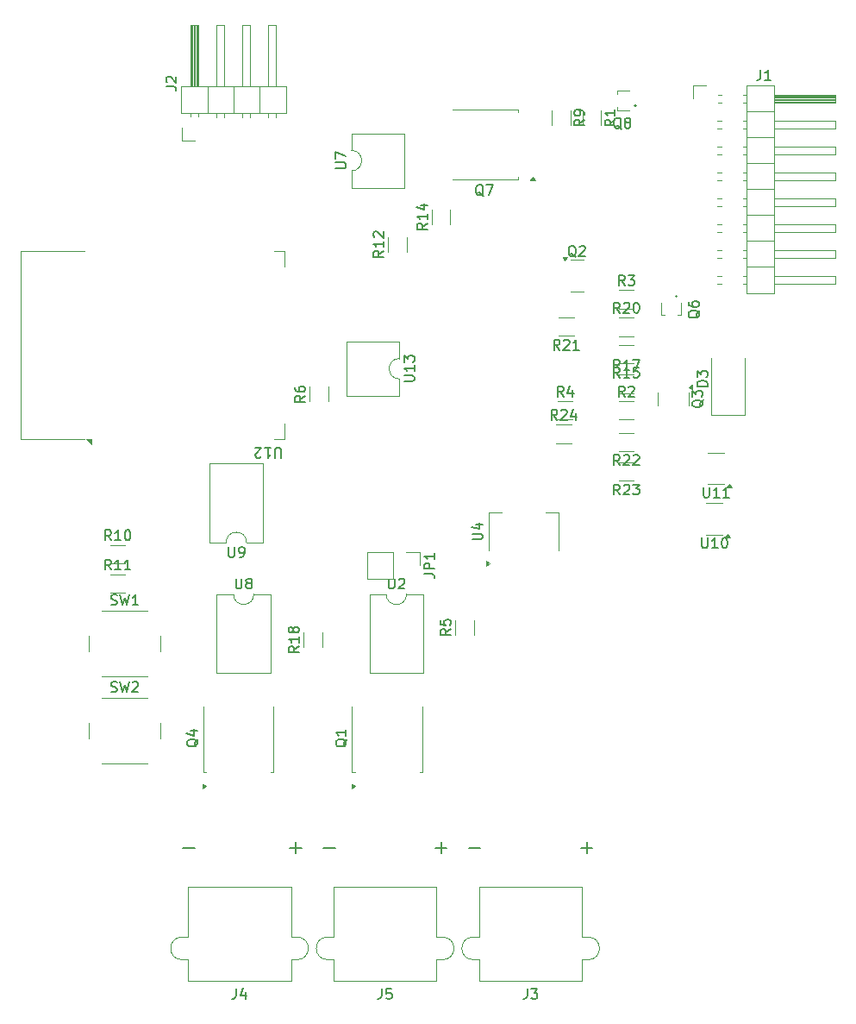
<source format=gbr>
%TF.GenerationSoftware,KiCad,Pcbnew,8.0.6*%
%TF.CreationDate,2025-05-10T04:30:44+07:00*%
%TF.ProjectId,FCU32 2 LAYER,46435533-3220-4322-904c-415945522e6b,rev?*%
%TF.SameCoordinates,Original*%
%TF.FileFunction,Legend,Top*%
%TF.FilePolarity,Positive*%
%FSLAX46Y46*%
G04 Gerber Fmt 4.6, Leading zero omitted, Abs format (unit mm)*
G04 Created by KiCad (PCBNEW 8.0.6) date 2025-05-10 04:30:44*
%MOMM*%
%LPD*%
G01*
G04 APERTURE LIST*
%ADD10C,0.150000*%
%ADD11C,0.120000*%
G04 APERTURE END LIST*
D10*
X21989142Y-65848819D02*
X21655809Y-65372628D01*
X21417714Y-65848819D02*
X21417714Y-64848819D01*
X21417714Y-64848819D02*
X21798666Y-64848819D01*
X21798666Y-64848819D02*
X21893904Y-64896438D01*
X21893904Y-64896438D02*
X21941523Y-64944057D01*
X21941523Y-64944057D02*
X21989142Y-65039295D01*
X21989142Y-65039295D02*
X21989142Y-65182152D01*
X21989142Y-65182152D02*
X21941523Y-65277390D01*
X21941523Y-65277390D02*
X21893904Y-65325009D01*
X21893904Y-65325009D02*
X21798666Y-65372628D01*
X21798666Y-65372628D02*
X21417714Y-65372628D01*
X22941523Y-65848819D02*
X22370095Y-65848819D01*
X22655809Y-65848819D02*
X22655809Y-64848819D01*
X22655809Y-64848819D02*
X22560571Y-64991676D01*
X22560571Y-64991676D02*
X22465333Y-65086914D01*
X22465333Y-65086914D02*
X22370095Y-65134533D01*
X23560571Y-64848819D02*
X23655809Y-64848819D01*
X23655809Y-64848819D02*
X23751047Y-64896438D01*
X23751047Y-64896438D02*
X23798666Y-64944057D01*
X23798666Y-64944057D02*
X23846285Y-65039295D01*
X23846285Y-65039295D02*
X23893904Y-65229771D01*
X23893904Y-65229771D02*
X23893904Y-65467866D01*
X23893904Y-65467866D02*
X23846285Y-65658342D01*
X23846285Y-65658342D02*
X23798666Y-65753580D01*
X23798666Y-65753580D02*
X23751047Y-65801200D01*
X23751047Y-65801200D02*
X23655809Y-65848819D01*
X23655809Y-65848819D02*
X23560571Y-65848819D01*
X23560571Y-65848819D02*
X23465333Y-65801200D01*
X23465333Y-65801200D02*
X23417714Y-65753580D01*
X23417714Y-65753580D02*
X23370095Y-65658342D01*
X23370095Y-65658342D02*
X23322476Y-65467866D01*
X23322476Y-65467866D02*
X23322476Y-65229771D01*
X23322476Y-65229771D02*
X23370095Y-65039295D01*
X23370095Y-65039295D02*
X23417714Y-64944057D01*
X23417714Y-64944057D02*
X23465333Y-64896438D01*
X23465333Y-64896438D02*
X23560571Y-64848819D01*
X21989142Y-68738819D02*
X21655809Y-68262628D01*
X21417714Y-68738819D02*
X21417714Y-67738819D01*
X21417714Y-67738819D02*
X21798666Y-67738819D01*
X21798666Y-67738819D02*
X21893904Y-67786438D01*
X21893904Y-67786438D02*
X21941523Y-67834057D01*
X21941523Y-67834057D02*
X21989142Y-67929295D01*
X21989142Y-67929295D02*
X21989142Y-68072152D01*
X21989142Y-68072152D02*
X21941523Y-68167390D01*
X21941523Y-68167390D02*
X21893904Y-68215009D01*
X21893904Y-68215009D02*
X21798666Y-68262628D01*
X21798666Y-68262628D02*
X21417714Y-68262628D01*
X22941523Y-68738819D02*
X22370095Y-68738819D01*
X22655809Y-68738819D02*
X22655809Y-67738819D01*
X22655809Y-67738819D02*
X22560571Y-67881676D01*
X22560571Y-67881676D02*
X22465333Y-67976914D01*
X22465333Y-67976914D02*
X22370095Y-68024533D01*
X23893904Y-68738819D02*
X23322476Y-68738819D01*
X23608190Y-68738819D02*
X23608190Y-67738819D01*
X23608190Y-67738819D02*
X23512952Y-67881676D01*
X23512952Y-67881676D02*
X23417714Y-67976914D01*
X23417714Y-67976914D02*
X23322476Y-68024533D01*
X34248095Y-69599820D02*
X34248095Y-70409343D01*
X34248095Y-70409343D02*
X34295714Y-70504581D01*
X34295714Y-70504581D02*
X34343333Y-70552201D01*
X34343333Y-70552201D02*
X34438571Y-70599820D01*
X34438571Y-70599820D02*
X34629047Y-70599820D01*
X34629047Y-70599820D02*
X34724285Y-70552201D01*
X34724285Y-70552201D02*
X34771904Y-70504581D01*
X34771904Y-70504581D02*
X34819523Y-70409343D01*
X34819523Y-70409343D02*
X34819523Y-69599820D01*
X35438571Y-70028391D02*
X35343333Y-69980772D01*
X35343333Y-69980772D02*
X35295714Y-69933153D01*
X35295714Y-69933153D02*
X35248095Y-69837915D01*
X35248095Y-69837915D02*
X35248095Y-69790296D01*
X35248095Y-69790296D02*
X35295714Y-69695058D01*
X35295714Y-69695058D02*
X35343333Y-69647439D01*
X35343333Y-69647439D02*
X35438571Y-69599820D01*
X35438571Y-69599820D02*
X35629047Y-69599820D01*
X35629047Y-69599820D02*
X35724285Y-69647439D01*
X35724285Y-69647439D02*
X35771904Y-69695058D01*
X35771904Y-69695058D02*
X35819523Y-69790296D01*
X35819523Y-69790296D02*
X35819523Y-69837915D01*
X35819523Y-69837915D02*
X35771904Y-69933153D01*
X35771904Y-69933153D02*
X35724285Y-69980772D01*
X35724285Y-69980772D02*
X35629047Y-70028391D01*
X35629047Y-70028391D02*
X35438571Y-70028391D01*
X35438571Y-70028391D02*
X35343333Y-70076010D01*
X35343333Y-70076010D02*
X35295714Y-70123629D01*
X35295714Y-70123629D02*
X35248095Y-70218867D01*
X35248095Y-70218867D02*
X35248095Y-70409343D01*
X35248095Y-70409343D02*
X35295714Y-70504581D01*
X35295714Y-70504581D02*
X35343333Y-70552201D01*
X35343333Y-70552201D02*
X35438571Y-70599820D01*
X35438571Y-70599820D02*
X35629047Y-70599820D01*
X35629047Y-70599820D02*
X35724285Y-70552201D01*
X35724285Y-70552201D02*
X35771904Y-70504581D01*
X35771904Y-70504581D02*
X35819523Y-70409343D01*
X35819523Y-70409343D02*
X35819523Y-70218867D01*
X35819523Y-70218867D02*
X35771904Y-70123629D01*
X35771904Y-70123629D02*
X35724285Y-70076010D01*
X35724285Y-70076010D02*
X35629047Y-70028391D01*
X49248095Y-69599820D02*
X49248095Y-70409343D01*
X49248095Y-70409343D02*
X49295714Y-70504581D01*
X49295714Y-70504581D02*
X49343333Y-70552201D01*
X49343333Y-70552201D02*
X49438571Y-70599820D01*
X49438571Y-70599820D02*
X49629047Y-70599820D01*
X49629047Y-70599820D02*
X49724285Y-70552201D01*
X49724285Y-70552201D02*
X49771904Y-70504581D01*
X49771904Y-70504581D02*
X49819523Y-70409343D01*
X49819523Y-70409343D02*
X49819523Y-69599820D01*
X50248095Y-69695058D02*
X50295714Y-69647439D01*
X50295714Y-69647439D02*
X50390952Y-69599820D01*
X50390952Y-69599820D02*
X50629047Y-69599820D01*
X50629047Y-69599820D02*
X50724285Y-69647439D01*
X50724285Y-69647439D02*
X50771904Y-69695058D01*
X50771904Y-69695058D02*
X50819523Y-69790296D01*
X50819523Y-69790296D02*
X50819523Y-69885534D01*
X50819523Y-69885534D02*
X50771904Y-70028391D01*
X50771904Y-70028391D02*
X50200476Y-70599820D01*
X50200476Y-70599820D02*
X50819523Y-70599820D01*
X50759819Y-50248094D02*
X51569342Y-50248094D01*
X51569342Y-50248094D02*
X51664580Y-50200475D01*
X51664580Y-50200475D02*
X51712200Y-50152856D01*
X51712200Y-50152856D02*
X51759819Y-50057618D01*
X51759819Y-50057618D02*
X51759819Y-49867142D01*
X51759819Y-49867142D02*
X51712200Y-49771904D01*
X51712200Y-49771904D02*
X51664580Y-49724285D01*
X51664580Y-49724285D02*
X51569342Y-49676666D01*
X51569342Y-49676666D02*
X50759819Y-49676666D01*
X51759819Y-48676666D02*
X51759819Y-49248094D01*
X51759819Y-48962380D02*
X50759819Y-48962380D01*
X50759819Y-48962380D02*
X50902676Y-49057618D01*
X50902676Y-49057618D02*
X50997914Y-49152856D01*
X50997914Y-49152856D02*
X51045533Y-49248094D01*
X50759819Y-48343332D02*
X50759819Y-47724285D01*
X50759819Y-47724285D02*
X51140771Y-48057618D01*
X51140771Y-48057618D02*
X51140771Y-47914761D01*
X51140771Y-47914761D02*
X51188390Y-47819523D01*
X51188390Y-47819523D02*
X51236009Y-47771904D01*
X51236009Y-47771904D02*
X51331247Y-47724285D01*
X51331247Y-47724285D02*
X51569342Y-47724285D01*
X51569342Y-47724285D02*
X51664580Y-47771904D01*
X51664580Y-47771904D02*
X51712200Y-47819523D01*
X51712200Y-47819523D02*
X51759819Y-47914761D01*
X51759819Y-47914761D02*
X51759819Y-48200475D01*
X51759819Y-48200475D02*
X51712200Y-48295713D01*
X51712200Y-48295713D02*
X51664580Y-48343332D01*
X80161905Y-60654819D02*
X80161905Y-61464342D01*
X80161905Y-61464342D02*
X80209524Y-61559580D01*
X80209524Y-61559580D02*
X80257143Y-61607200D01*
X80257143Y-61607200D02*
X80352381Y-61654819D01*
X80352381Y-61654819D02*
X80542857Y-61654819D01*
X80542857Y-61654819D02*
X80638095Y-61607200D01*
X80638095Y-61607200D02*
X80685714Y-61559580D01*
X80685714Y-61559580D02*
X80733333Y-61464342D01*
X80733333Y-61464342D02*
X80733333Y-60654819D01*
X81733333Y-61654819D02*
X81161905Y-61654819D01*
X81447619Y-61654819D02*
X81447619Y-60654819D01*
X81447619Y-60654819D02*
X81352381Y-60797676D01*
X81352381Y-60797676D02*
X81257143Y-60892914D01*
X81257143Y-60892914D02*
X81161905Y-60940533D01*
X82685714Y-61654819D02*
X82114286Y-61654819D01*
X82400000Y-61654819D02*
X82400000Y-60654819D01*
X82400000Y-60654819D02*
X82304762Y-60797676D01*
X82304762Y-60797676D02*
X82209524Y-60892914D01*
X82209524Y-60892914D02*
X82114286Y-60940533D01*
X33528095Y-66509819D02*
X33528095Y-67319342D01*
X33528095Y-67319342D02*
X33575714Y-67414580D01*
X33575714Y-67414580D02*
X33623333Y-67462200D01*
X33623333Y-67462200D02*
X33718571Y-67509819D01*
X33718571Y-67509819D02*
X33909047Y-67509819D01*
X33909047Y-67509819D02*
X34004285Y-67462200D01*
X34004285Y-67462200D02*
X34051904Y-67414580D01*
X34051904Y-67414580D02*
X34099523Y-67319342D01*
X34099523Y-67319342D02*
X34099523Y-66509819D01*
X34623333Y-67509819D02*
X34813809Y-67509819D01*
X34813809Y-67509819D02*
X34909047Y-67462200D01*
X34909047Y-67462200D02*
X34956666Y-67414580D01*
X34956666Y-67414580D02*
X35051904Y-67271723D01*
X35051904Y-67271723D02*
X35099523Y-67081247D01*
X35099523Y-67081247D02*
X35099523Y-66700295D01*
X35099523Y-66700295D02*
X35051904Y-66605057D01*
X35051904Y-66605057D02*
X35004285Y-66557438D01*
X35004285Y-66557438D02*
X34909047Y-66509819D01*
X34909047Y-66509819D02*
X34718571Y-66509819D01*
X34718571Y-66509819D02*
X34623333Y-66557438D01*
X34623333Y-66557438D02*
X34575714Y-66605057D01*
X34575714Y-66605057D02*
X34528095Y-66700295D01*
X34528095Y-66700295D02*
X34528095Y-66938390D01*
X34528095Y-66938390D02*
X34575714Y-67033628D01*
X34575714Y-67033628D02*
X34623333Y-67081247D01*
X34623333Y-67081247D02*
X34718571Y-67128866D01*
X34718571Y-67128866D02*
X34909047Y-67128866D01*
X34909047Y-67128866D02*
X35004285Y-67081247D01*
X35004285Y-67081247D02*
X35051904Y-67033628D01*
X35051904Y-67033628D02*
X35099523Y-66938390D01*
X44049820Y-29351904D02*
X44859343Y-29351904D01*
X44859343Y-29351904D02*
X44954581Y-29304285D01*
X44954581Y-29304285D02*
X45002201Y-29256666D01*
X45002201Y-29256666D02*
X45049820Y-29161428D01*
X45049820Y-29161428D02*
X45049820Y-28970952D01*
X45049820Y-28970952D02*
X45002201Y-28875714D01*
X45002201Y-28875714D02*
X44954581Y-28828095D01*
X44954581Y-28828095D02*
X44859343Y-28780476D01*
X44859343Y-28780476D02*
X44049820Y-28780476D01*
X44049820Y-28399523D02*
X44049820Y-27732857D01*
X44049820Y-27732857D02*
X45049820Y-28161428D01*
X57454818Y-65761904D02*
X58264341Y-65761904D01*
X58264341Y-65761904D02*
X58359579Y-65714285D01*
X58359579Y-65714285D02*
X58407199Y-65666666D01*
X58407199Y-65666666D02*
X58454818Y-65571428D01*
X58454818Y-65571428D02*
X58454818Y-65380952D01*
X58454818Y-65380952D02*
X58407199Y-65285714D01*
X58407199Y-65285714D02*
X58359579Y-65238095D01*
X58359579Y-65238095D02*
X58264341Y-65190476D01*
X58264341Y-65190476D02*
X57454818Y-65190476D01*
X57788151Y-64285714D02*
X58454818Y-64285714D01*
X57407199Y-64523809D02*
X58121484Y-64761904D01*
X58121484Y-64761904D02*
X58121484Y-64142857D01*
X21982667Y-80689200D02*
X22125524Y-80736819D01*
X22125524Y-80736819D02*
X22363619Y-80736819D01*
X22363619Y-80736819D02*
X22458857Y-80689200D01*
X22458857Y-80689200D02*
X22506476Y-80641580D01*
X22506476Y-80641580D02*
X22554095Y-80546342D01*
X22554095Y-80546342D02*
X22554095Y-80451104D01*
X22554095Y-80451104D02*
X22506476Y-80355866D01*
X22506476Y-80355866D02*
X22458857Y-80308247D01*
X22458857Y-80308247D02*
X22363619Y-80260628D01*
X22363619Y-80260628D02*
X22173143Y-80213009D01*
X22173143Y-80213009D02*
X22077905Y-80165390D01*
X22077905Y-80165390D02*
X22030286Y-80117771D01*
X22030286Y-80117771D02*
X21982667Y-80022533D01*
X21982667Y-80022533D02*
X21982667Y-79927295D01*
X21982667Y-79927295D02*
X22030286Y-79832057D01*
X22030286Y-79832057D02*
X22077905Y-79784438D01*
X22077905Y-79784438D02*
X22173143Y-79736819D01*
X22173143Y-79736819D02*
X22411238Y-79736819D01*
X22411238Y-79736819D02*
X22554095Y-79784438D01*
X22887429Y-79736819D02*
X23125524Y-80736819D01*
X23125524Y-80736819D02*
X23316000Y-80022533D01*
X23316000Y-80022533D02*
X23506476Y-80736819D01*
X23506476Y-80736819D02*
X23744572Y-79736819D01*
X24077905Y-79832057D02*
X24125524Y-79784438D01*
X24125524Y-79784438D02*
X24220762Y-79736819D01*
X24220762Y-79736819D02*
X24458857Y-79736819D01*
X24458857Y-79736819D02*
X24554095Y-79784438D01*
X24554095Y-79784438D02*
X24601714Y-79832057D01*
X24601714Y-79832057D02*
X24649333Y-79927295D01*
X24649333Y-79927295D02*
X24649333Y-80022533D01*
X24649333Y-80022533D02*
X24601714Y-80165390D01*
X24601714Y-80165390D02*
X24030286Y-80736819D01*
X24030286Y-80736819D02*
X24649333Y-80736819D01*
X21982667Y-72139200D02*
X22125524Y-72186819D01*
X22125524Y-72186819D02*
X22363619Y-72186819D01*
X22363619Y-72186819D02*
X22458857Y-72139200D01*
X22458857Y-72139200D02*
X22506476Y-72091580D01*
X22506476Y-72091580D02*
X22554095Y-71996342D01*
X22554095Y-71996342D02*
X22554095Y-71901104D01*
X22554095Y-71901104D02*
X22506476Y-71805866D01*
X22506476Y-71805866D02*
X22458857Y-71758247D01*
X22458857Y-71758247D02*
X22363619Y-71710628D01*
X22363619Y-71710628D02*
X22173143Y-71663009D01*
X22173143Y-71663009D02*
X22077905Y-71615390D01*
X22077905Y-71615390D02*
X22030286Y-71567771D01*
X22030286Y-71567771D02*
X21982667Y-71472533D01*
X21982667Y-71472533D02*
X21982667Y-71377295D01*
X21982667Y-71377295D02*
X22030286Y-71282057D01*
X22030286Y-71282057D02*
X22077905Y-71234438D01*
X22077905Y-71234438D02*
X22173143Y-71186819D01*
X22173143Y-71186819D02*
X22411238Y-71186819D01*
X22411238Y-71186819D02*
X22554095Y-71234438D01*
X22887429Y-71186819D02*
X23125524Y-72186819D01*
X23125524Y-72186819D02*
X23316000Y-71472533D01*
X23316000Y-71472533D02*
X23506476Y-72186819D01*
X23506476Y-72186819D02*
X23744572Y-71186819D01*
X24649333Y-72186819D02*
X24077905Y-72186819D01*
X24363619Y-72186819D02*
X24363619Y-71186819D01*
X24363619Y-71186819D02*
X24268381Y-71329676D01*
X24268381Y-71329676D02*
X24173143Y-71424914D01*
X24173143Y-71424914D02*
X24077905Y-71472533D01*
X65807142Y-54034819D02*
X65473809Y-53558628D01*
X65235714Y-54034819D02*
X65235714Y-53034819D01*
X65235714Y-53034819D02*
X65616666Y-53034819D01*
X65616666Y-53034819D02*
X65711904Y-53082438D01*
X65711904Y-53082438D02*
X65759523Y-53130057D01*
X65759523Y-53130057D02*
X65807142Y-53225295D01*
X65807142Y-53225295D02*
X65807142Y-53368152D01*
X65807142Y-53368152D02*
X65759523Y-53463390D01*
X65759523Y-53463390D02*
X65711904Y-53511009D01*
X65711904Y-53511009D02*
X65616666Y-53558628D01*
X65616666Y-53558628D02*
X65235714Y-53558628D01*
X66188095Y-53130057D02*
X66235714Y-53082438D01*
X66235714Y-53082438D02*
X66330952Y-53034819D01*
X66330952Y-53034819D02*
X66569047Y-53034819D01*
X66569047Y-53034819D02*
X66664285Y-53082438D01*
X66664285Y-53082438D02*
X66711904Y-53130057D01*
X66711904Y-53130057D02*
X66759523Y-53225295D01*
X66759523Y-53225295D02*
X66759523Y-53320533D01*
X66759523Y-53320533D02*
X66711904Y-53463390D01*
X66711904Y-53463390D02*
X66140476Y-54034819D01*
X66140476Y-54034819D02*
X66759523Y-54034819D01*
X67616666Y-53368152D02*
X67616666Y-54034819D01*
X67378571Y-52987200D02*
X67140476Y-53701485D01*
X67140476Y-53701485D02*
X67759523Y-53701485D01*
X71957142Y-58474819D02*
X71623809Y-57998628D01*
X71385714Y-58474819D02*
X71385714Y-57474819D01*
X71385714Y-57474819D02*
X71766666Y-57474819D01*
X71766666Y-57474819D02*
X71861904Y-57522438D01*
X71861904Y-57522438D02*
X71909523Y-57570057D01*
X71909523Y-57570057D02*
X71957142Y-57665295D01*
X71957142Y-57665295D02*
X71957142Y-57808152D01*
X71957142Y-57808152D02*
X71909523Y-57903390D01*
X71909523Y-57903390D02*
X71861904Y-57951009D01*
X71861904Y-57951009D02*
X71766666Y-57998628D01*
X71766666Y-57998628D02*
X71385714Y-57998628D01*
X72338095Y-57570057D02*
X72385714Y-57522438D01*
X72385714Y-57522438D02*
X72480952Y-57474819D01*
X72480952Y-57474819D02*
X72719047Y-57474819D01*
X72719047Y-57474819D02*
X72814285Y-57522438D01*
X72814285Y-57522438D02*
X72861904Y-57570057D01*
X72861904Y-57570057D02*
X72909523Y-57665295D01*
X72909523Y-57665295D02*
X72909523Y-57760533D01*
X72909523Y-57760533D02*
X72861904Y-57903390D01*
X72861904Y-57903390D02*
X72290476Y-58474819D01*
X72290476Y-58474819D02*
X72909523Y-58474819D01*
X73290476Y-57570057D02*
X73338095Y-57522438D01*
X73338095Y-57522438D02*
X73433333Y-57474819D01*
X73433333Y-57474819D02*
X73671428Y-57474819D01*
X73671428Y-57474819D02*
X73766666Y-57522438D01*
X73766666Y-57522438D02*
X73814285Y-57570057D01*
X73814285Y-57570057D02*
X73861904Y-57665295D01*
X73861904Y-57665295D02*
X73861904Y-57760533D01*
X73861904Y-57760533D02*
X73814285Y-57903390D01*
X73814285Y-57903390D02*
X73242857Y-58474819D01*
X73242857Y-58474819D02*
X73861904Y-58474819D01*
X71957142Y-43534819D02*
X71623809Y-43058628D01*
X71385714Y-43534819D02*
X71385714Y-42534819D01*
X71385714Y-42534819D02*
X71766666Y-42534819D01*
X71766666Y-42534819D02*
X71861904Y-42582438D01*
X71861904Y-42582438D02*
X71909523Y-42630057D01*
X71909523Y-42630057D02*
X71957142Y-42725295D01*
X71957142Y-42725295D02*
X71957142Y-42868152D01*
X71957142Y-42868152D02*
X71909523Y-42963390D01*
X71909523Y-42963390D02*
X71861904Y-43011009D01*
X71861904Y-43011009D02*
X71766666Y-43058628D01*
X71766666Y-43058628D02*
X71385714Y-43058628D01*
X72338095Y-42630057D02*
X72385714Y-42582438D01*
X72385714Y-42582438D02*
X72480952Y-42534819D01*
X72480952Y-42534819D02*
X72719047Y-42534819D01*
X72719047Y-42534819D02*
X72814285Y-42582438D01*
X72814285Y-42582438D02*
X72861904Y-42630057D01*
X72861904Y-42630057D02*
X72909523Y-42725295D01*
X72909523Y-42725295D02*
X72909523Y-42820533D01*
X72909523Y-42820533D02*
X72861904Y-42963390D01*
X72861904Y-42963390D02*
X72290476Y-43534819D01*
X72290476Y-43534819D02*
X72909523Y-43534819D01*
X73528571Y-42534819D02*
X73623809Y-42534819D01*
X73623809Y-42534819D02*
X73719047Y-42582438D01*
X73719047Y-42582438D02*
X73766666Y-42630057D01*
X73766666Y-42630057D02*
X73814285Y-42725295D01*
X73814285Y-42725295D02*
X73861904Y-42915771D01*
X73861904Y-42915771D02*
X73861904Y-43153866D01*
X73861904Y-43153866D02*
X73814285Y-43344342D01*
X73814285Y-43344342D02*
X73766666Y-43439580D01*
X73766666Y-43439580D02*
X73719047Y-43487200D01*
X73719047Y-43487200D02*
X73623809Y-43534819D01*
X73623809Y-43534819D02*
X73528571Y-43534819D01*
X73528571Y-43534819D02*
X73433333Y-43487200D01*
X73433333Y-43487200D02*
X73385714Y-43439580D01*
X73385714Y-43439580D02*
X73338095Y-43344342D01*
X73338095Y-43344342D02*
X73290476Y-43153866D01*
X73290476Y-43153866D02*
X73290476Y-42915771D01*
X73290476Y-42915771D02*
X73338095Y-42725295D01*
X73338095Y-42725295D02*
X73385714Y-42630057D01*
X73385714Y-42630057D02*
X73433333Y-42582438D01*
X73433333Y-42582438D02*
X73528571Y-42534819D01*
X40434819Y-76242857D02*
X39958628Y-76576190D01*
X40434819Y-76814285D02*
X39434819Y-76814285D01*
X39434819Y-76814285D02*
X39434819Y-76433333D01*
X39434819Y-76433333D02*
X39482438Y-76338095D01*
X39482438Y-76338095D02*
X39530057Y-76290476D01*
X39530057Y-76290476D02*
X39625295Y-76242857D01*
X39625295Y-76242857D02*
X39768152Y-76242857D01*
X39768152Y-76242857D02*
X39863390Y-76290476D01*
X39863390Y-76290476D02*
X39911009Y-76338095D01*
X39911009Y-76338095D02*
X39958628Y-76433333D01*
X39958628Y-76433333D02*
X39958628Y-76814285D01*
X40434819Y-75290476D02*
X40434819Y-75861904D01*
X40434819Y-75576190D02*
X39434819Y-75576190D01*
X39434819Y-75576190D02*
X39577676Y-75671428D01*
X39577676Y-75671428D02*
X39672914Y-75766666D01*
X39672914Y-75766666D02*
X39720533Y-75861904D01*
X39863390Y-74719047D02*
X39815771Y-74814285D01*
X39815771Y-74814285D02*
X39768152Y-74861904D01*
X39768152Y-74861904D02*
X39672914Y-74909523D01*
X39672914Y-74909523D02*
X39625295Y-74909523D01*
X39625295Y-74909523D02*
X39530057Y-74861904D01*
X39530057Y-74861904D02*
X39482438Y-74814285D01*
X39482438Y-74814285D02*
X39434819Y-74719047D01*
X39434819Y-74719047D02*
X39434819Y-74528571D01*
X39434819Y-74528571D02*
X39482438Y-74433333D01*
X39482438Y-74433333D02*
X39530057Y-74385714D01*
X39530057Y-74385714D02*
X39625295Y-74338095D01*
X39625295Y-74338095D02*
X39672914Y-74338095D01*
X39672914Y-74338095D02*
X39768152Y-74385714D01*
X39768152Y-74385714D02*
X39815771Y-74433333D01*
X39815771Y-74433333D02*
X39863390Y-74528571D01*
X39863390Y-74528571D02*
X39863390Y-74719047D01*
X39863390Y-74719047D02*
X39911009Y-74814285D01*
X39911009Y-74814285D02*
X39958628Y-74861904D01*
X39958628Y-74861904D02*
X40053866Y-74909523D01*
X40053866Y-74909523D02*
X40244342Y-74909523D01*
X40244342Y-74909523D02*
X40339580Y-74861904D01*
X40339580Y-74861904D02*
X40387200Y-74814285D01*
X40387200Y-74814285D02*
X40434819Y-74719047D01*
X40434819Y-74719047D02*
X40434819Y-74528571D01*
X40434819Y-74528571D02*
X40387200Y-74433333D01*
X40387200Y-74433333D02*
X40339580Y-74385714D01*
X40339580Y-74385714D02*
X40244342Y-74338095D01*
X40244342Y-74338095D02*
X40053866Y-74338095D01*
X40053866Y-74338095D02*
X39958628Y-74385714D01*
X39958628Y-74385714D02*
X39911009Y-74433333D01*
X39911009Y-74433333D02*
X39863390Y-74528571D01*
X71957142Y-49134819D02*
X71623809Y-48658628D01*
X71385714Y-49134819D02*
X71385714Y-48134819D01*
X71385714Y-48134819D02*
X71766666Y-48134819D01*
X71766666Y-48134819D02*
X71861904Y-48182438D01*
X71861904Y-48182438D02*
X71909523Y-48230057D01*
X71909523Y-48230057D02*
X71957142Y-48325295D01*
X71957142Y-48325295D02*
X71957142Y-48468152D01*
X71957142Y-48468152D02*
X71909523Y-48563390D01*
X71909523Y-48563390D02*
X71861904Y-48611009D01*
X71861904Y-48611009D02*
X71766666Y-48658628D01*
X71766666Y-48658628D02*
X71385714Y-48658628D01*
X72909523Y-49134819D02*
X72338095Y-49134819D01*
X72623809Y-49134819D02*
X72623809Y-48134819D01*
X72623809Y-48134819D02*
X72528571Y-48277676D01*
X72528571Y-48277676D02*
X72433333Y-48372914D01*
X72433333Y-48372914D02*
X72338095Y-48420533D01*
X73242857Y-48134819D02*
X73909523Y-48134819D01*
X73909523Y-48134819D02*
X73480952Y-49134819D01*
X71957142Y-49874819D02*
X71623809Y-49398628D01*
X71385714Y-49874819D02*
X71385714Y-48874819D01*
X71385714Y-48874819D02*
X71766666Y-48874819D01*
X71766666Y-48874819D02*
X71861904Y-48922438D01*
X71861904Y-48922438D02*
X71909523Y-48970057D01*
X71909523Y-48970057D02*
X71957142Y-49065295D01*
X71957142Y-49065295D02*
X71957142Y-49208152D01*
X71957142Y-49208152D02*
X71909523Y-49303390D01*
X71909523Y-49303390D02*
X71861904Y-49351009D01*
X71861904Y-49351009D02*
X71766666Y-49398628D01*
X71766666Y-49398628D02*
X71385714Y-49398628D01*
X72909523Y-49874819D02*
X72338095Y-49874819D01*
X72623809Y-49874819D02*
X72623809Y-48874819D01*
X72623809Y-48874819D02*
X72528571Y-49017676D01*
X72528571Y-49017676D02*
X72433333Y-49112914D01*
X72433333Y-49112914D02*
X72338095Y-49160533D01*
X73814285Y-48874819D02*
X73338095Y-48874819D01*
X73338095Y-48874819D02*
X73290476Y-49351009D01*
X73290476Y-49351009D02*
X73338095Y-49303390D01*
X73338095Y-49303390D02*
X73433333Y-49255771D01*
X73433333Y-49255771D02*
X73671428Y-49255771D01*
X73671428Y-49255771D02*
X73766666Y-49303390D01*
X73766666Y-49303390D02*
X73814285Y-49351009D01*
X73814285Y-49351009D02*
X73861904Y-49446247D01*
X73861904Y-49446247D02*
X73861904Y-49684342D01*
X73861904Y-49684342D02*
X73814285Y-49779580D01*
X73814285Y-49779580D02*
X73766666Y-49827200D01*
X73766666Y-49827200D02*
X73671428Y-49874819D01*
X73671428Y-49874819D02*
X73433333Y-49874819D01*
X73433333Y-49874819D02*
X73338095Y-49827200D01*
X73338095Y-49827200D02*
X73290476Y-49779580D01*
X53034819Y-34742857D02*
X52558628Y-35076190D01*
X53034819Y-35314285D02*
X52034819Y-35314285D01*
X52034819Y-35314285D02*
X52034819Y-34933333D01*
X52034819Y-34933333D02*
X52082438Y-34838095D01*
X52082438Y-34838095D02*
X52130057Y-34790476D01*
X52130057Y-34790476D02*
X52225295Y-34742857D01*
X52225295Y-34742857D02*
X52368152Y-34742857D01*
X52368152Y-34742857D02*
X52463390Y-34790476D01*
X52463390Y-34790476D02*
X52511009Y-34838095D01*
X52511009Y-34838095D02*
X52558628Y-34933333D01*
X52558628Y-34933333D02*
X52558628Y-35314285D01*
X53034819Y-33790476D02*
X53034819Y-34361904D01*
X53034819Y-34076190D02*
X52034819Y-34076190D01*
X52034819Y-34076190D02*
X52177676Y-34171428D01*
X52177676Y-34171428D02*
X52272914Y-34266666D01*
X52272914Y-34266666D02*
X52320533Y-34361904D01*
X52368152Y-32933333D02*
X53034819Y-32933333D01*
X51987200Y-33171428D02*
X52701485Y-33409523D01*
X52701485Y-33409523D02*
X52701485Y-32790476D01*
X48734819Y-37442857D02*
X48258628Y-37776190D01*
X48734819Y-38014285D02*
X47734819Y-38014285D01*
X47734819Y-38014285D02*
X47734819Y-37633333D01*
X47734819Y-37633333D02*
X47782438Y-37538095D01*
X47782438Y-37538095D02*
X47830057Y-37490476D01*
X47830057Y-37490476D02*
X47925295Y-37442857D01*
X47925295Y-37442857D02*
X48068152Y-37442857D01*
X48068152Y-37442857D02*
X48163390Y-37490476D01*
X48163390Y-37490476D02*
X48211009Y-37538095D01*
X48211009Y-37538095D02*
X48258628Y-37633333D01*
X48258628Y-37633333D02*
X48258628Y-38014285D01*
X48734819Y-36490476D02*
X48734819Y-37061904D01*
X48734819Y-36776190D02*
X47734819Y-36776190D01*
X47734819Y-36776190D02*
X47877676Y-36871428D01*
X47877676Y-36871428D02*
X47972914Y-36966666D01*
X47972914Y-36966666D02*
X48020533Y-37061904D01*
X47830057Y-36109523D02*
X47782438Y-36061904D01*
X47782438Y-36061904D02*
X47734819Y-35966666D01*
X47734819Y-35966666D02*
X47734819Y-35728571D01*
X47734819Y-35728571D02*
X47782438Y-35633333D01*
X47782438Y-35633333D02*
X47830057Y-35585714D01*
X47830057Y-35585714D02*
X47925295Y-35538095D01*
X47925295Y-35538095D02*
X48020533Y-35538095D01*
X48020533Y-35538095D02*
X48163390Y-35585714D01*
X48163390Y-35585714D02*
X48734819Y-36157142D01*
X48734819Y-36157142D02*
X48734819Y-35538095D01*
X68474819Y-24566666D02*
X67998628Y-24899999D01*
X68474819Y-25138094D02*
X67474819Y-25138094D01*
X67474819Y-25138094D02*
X67474819Y-24757142D01*
X67474819Y-24757142D02*
X67522438Y-24661904D01*
X67522438Y-24661904D02*
X67570057Y-24614285D01*
X67570057Y-24614285D02*
X67665295Y-24566666D01*
X67665295Y-24566666D02*
X67808152Y-24566666D01*
X67808152Y-24566666D02*
X67903390Y-24614285D01*
X67903390Y-24614285D02*
X67951009Y-24661904D01*
X67951009Y-24661904D02*
X67998628Y-24757142D01*
X67998628Y-24757142D02*
X67998628Y-25138094D01*
X68474819Y-24090475D02*
X68474819Y-23899999D01*
X68474819Y-23899999D02*
X68427200Y-23804761D01*
X68427200Y-23804761D02*
X68379580Y-23757142D01*
X68379580Y-23757142D02*
X68236723Y-23661904D01*
X68236723Y-23661904D02*
X68046247Y-23614285D01*
X68046247Y-23614285D02*
X67665295Y-23614285D01*
X67665295Y-23614285D02*
X67570057Y-23661904D01*
X67570057Y-23661904D02*
X67522438Y-23709523D01*
X67522438Y-23709523D02*
X67474819Y-23804761D01*
X67474819Y-23804761D02*
X67474819Y-23995237D01*
X67474819Y-23995237D02*
X67522438Y-24090475D01*
X67522438Y-24090475D02*
X67570057Y-24138094D01*
X67570057Y-24138094D02*
X67665295Y-24185713D01*
X67665295Y-24185713D02*
X67903390Y-24185713D01*
X67903390Y-24185713D02*
X67998628Y-24138094D01*
X67998628Y-24138094D02*
X68046247Y-24090475D01*
X68046247Y-24090475D02*
X68093866Y-23995237D01*
X68093866Y-23995237D02*
X68093866Y-23804761D01*
X68093866Y-23804761D02*
X68046247Y-23709523D01*
X68046247Y-23709523D02*
X67998628Y-23661904D01*
X67998628Y-23661904D02*
X67903390Y-23614285D01*
X41034819Y-51666666D02*
X40558628Y-51999999D01*
X41034819Y-52238094D02*
X40034819Y-52238094D01*
X40034819Y-52238094D02*
X40034819Y-51857142D01*
X40034819Y-51857142D02*
X40082438Y-51761904D01*
X40082438Y-51761904D02*
X40130057Y-51714285D01*
X40130057Y-51714285D02*
X40225295Y-51666666D01*
X40225295Y-51666666D02*
X40368152Y-51666666D01*
X40368152Y-51666666D02*
X40463390Y-51714285D01*
X40463390Y-51714285D02*
X40511009Y-51761904D01*
X40511009Y-51761904D02*
X40558628Y-51857142D01*
X40558628Y-51857142D02*
X40558628Y-52238094D01*
X40034819Y-50809523D02*
X40034819Y-50999999D01*
X40034819Y-50999999D02*
X40082438Y-51095237D01*
X40082438Y-51095237D02*
X40130057Y-51142856D01*
X40130057Y-51142856D02*
X40272914Y-51238094D01*
X40272914Y-51238094D02*
X40463390Y-51285713D01*
X40463390Y-51285713D02*
X40844342Y-51285713D01*
X40844342Y-51285713D02*
X40939580Y-51238094D01*
X40939580Y-51238094D02*
X40987200Y-51190475D01*
X40987200Y-51190475D02*
X41034819Y-51095237D01*
X41034819Y-51095237D02*
X41034819Y-50904761D01*
X41034819Y-50904761D02*
X40987200Y-50809523D01*
X40987200Y-50809523D02*
X40939580Y-50761904D01*
X40939580Y-50761904D02*
X40844342Y-50714285D01*
X40844342Y-50714285D02*
X40606247Y-50714285D01*
X40606247Y-50714285D02*
X40511009Y-50761904D01*
X40511009Y-50761904D02*
X40463390Y-50809523D01*
X40463390Y-50809523D02*
X40415771Y-50904761D01*
X40415771Y-50904761D02*
X40415771Y-51095237D01*
X40415771Y-51095237D02*
X40463390Y-51190475D01*
X40463390Y-51190475D02*
X40511009Y-51238094D01*
X40511009Y-51238094D02*
X40606247Y-51285713D01*
X55334819Y-74566666D02*
X54858628Y-74899999D01*
X55334819Y-75138094D02*
X54334819Y-75138094D01*
X54334819Y-75138094D02*
X54334819Y-74757142D01*
X54334819Y-74757142D02*
X54382438Y-74661904D01*
X54382438Y-74661904D02*
X54430057Y-74614285D01*
X54430057Y-74614285D02*
X54525295Y-74566666D01*
X54525295Y-74566666D02*
X54668152Y-74566666D01*
X54668152Y-74566666D02*
X54763390Y-74614285D01*
X54763390Y-74614285D02*
X54811009Y-74661904D01*
X54811009Y-74661904D02*
X54858628Y-74757142D01*
X54858628Y-74757142D02*
X54858628Y-75138094D01*
X54334819Y-73661904D02*
X54334819Y-74138094D01*
X54334819Y-74138094D02*
X54811009Y-74185713D01*
X54811009Y-74185713D02*
X54763390Y-74138094D01*
X54763390Y-74138094D02*
X54715771Y-74042856D01*
X54715771Y-74042856D02*
X54715771Y-73804761D01*
X54715771Y-73804761D02*
X54763390Y-73709523D01*
X54763390Y-73709523D02*
X54811009Y-73661904D01*
X54811009Y-73661904D02*
X54906247Y-73614285D01*
X54906247Y-73614285D02*
X55144342Y-73614285D01*
X55144342Y-73614285D02*
X55239580Y-73661904D01*
X55239580Y-73661904D02*
X55287200Y-73709523D01*
X55287200Y-73709523D02*
X55334819Y-73804761D01*
X55334819Y-73804761D02*
X55334819Y-74042856D01*
X55334819Y-74042856D02*
X55287200Y-74138094D01*
X55287200Y-74138094D02*
X55239580Y-74185713D01*
X66433333Y-51734819D02*
X66100000Y-51258628D01*
X65861905Y-51734819D02*
X65861905Y-50734819D01*
X65861905Y-50734819D02*
X66242857Y-50734819D01*
X66242857Y-50734819D02*
X66338095Y-50782438D01*
X66338095Y-50782438D02*
X66385714Y-50830057D01*
X66385714Y-50830057D02*
X66433333Y-50925295D01*
X66433333Y-50925295D02*
X66433333Y-51068152D01*
X66433333Y-51068152D02*
X66385714Y-51163390D01*
X66385714Y-51163390D02*
X66338095Y-51211009D01*
X66338095Y-51211009D02*
X66242857Y-51258628D01*
X66242857Y-51258628D02*
X65861905Y-51258628D01*
X67290476Y-51068152D02*
X67290476Y-51734819D01*
X67052381Y-50687200D02*
X66814286Y-51401485D01*
X66814286Y-51401485D02*
X67433333Y-51401485D01*
X72433333Y-40834819D02*
X72100000Y-40358628D01*
X71861905Y-40834819D02*
X71861905Y-39834819D01*
X71861905Y-39834819D02*
X72242857Y-39834819D01*
X72242857Y-39834819D02*
X72338095Y-39882438D01*
X72338095Y-39882438D02*
X72385714Y-39930057D01*
X72385714Y-39930057D02*
X72433333Y-40025295D01*
X72433333Y-40025295D02*
X72433333Y-40168152D01*
X72433333Y-40168152D02*
X72385714Y-40263390D01*
X72385714Y-40263390D02*
X72338095Y-40311009D01*
X72338095Y-40311009D02*
X72242857Y-40358628D01*
X72242857Y-40358628D02*
X71861905Y-40358628D01*
X72766667Y-39834819D02*
X73385714Y-39834819D01*
X73385714Y-39834819D02*
X73052381Y-40215771D01*
X73052381Y-40215771D02*
X73195238Y-40215771D01*
X73195238Y-40215771D02*
X73290476Y-40263390D01*
X73290476Y-40263390D02*
X73338095Y-40311009D01*
X73338095Y-40311009D02*
X73385714Y-40406247D01*
X73385714Y-40406247D02*
X73385714Y-40644342D01*
X73385714Y-40644342D02*
X73338095Y-40739580D01*
X73338095Y-40739580D02*
X73290476Y-40787200D01*
X73290476Y-40787200D02*
X73195238Y-40834819D01*
X73195238Y-40834819D02*
X72909524Y-40834819D01*
X72909524Y-40834819D02*
X72814286Y-40787200D01*
X72814286Y-40787200D02*
X72766667Y-40739580D01*
X72433333Y-51734819D02*
X72100000Y-51258628D01*
X71861905Y-51734819D02*
X71861905Y-50734819D01*
X71861905Y-50734819D02*
X72242857Y-50734819D01*
X72242857Y-50734819D02*
X72338095Y-50782438D01*
X72338095Y-50782438D02*
X72385714Y-50830057D01*
X72385714Y-50830057D02*
X72433333Y-50925295D01*
X72433333Y-50925295D02*
X72433333Y-51068152D01*
X72433333Y-51068152D02*
X72385714Y-51163390D01*
X72385714Y-51163390D02*
X72338095Y-51211009D01*
X72338095Y-51211009D02*
X72242857Y-51258628D01*
X72242857Y-51258628D02*
X71861905Y-51258628D01*
X72814286Y-50830057D02*
X72861905Y-50782438D01*
X72861905Y-50782438D02*
X72957143Y-50734819D01*
X72957143Y-50734819D02*
X73195238Y-50734819D01*
X73195238Y-50734819D02*
X73290476Y-50782438D01*
X73290476Y-50782438D02*
X73338095Y-50830057D01*
X73338095Y-50830057D02*
X73385714Y-50925295D01*
X73385714Y-50925295D02*
X73385714Y-51020533D01*
X73385714Y-51020533D02*
X73338095Y-51163390D01*
X73338095Y-51163390D02*
X72766667Y-51734819D01*
X72766667Y-51734819D02*
X73385714Y-51734819D01*
X71474819Y-24566666D02*
X70998628Y-24899999D01*
X71474819Y-25138094D02*
X70474819Y-25138094D01*
X70474819Y-25138094D02*
X70474819Y-24757142D01*
X70474819Y-24757142D02*
X70522438Y-24661904D01*
X70522438Y-24661904D02*
X70570057Y-24614285D01*
X70570057Y-24614285D02*
X70665295Y-24566666D01*
X70665295Y-24566666D02*
X70808152Y-24566666D01*
X70808152Y-24566666D02*
X70903390Y-24614285D01*
X70903390Y-24614285D02*
X70951009Y-24661904D01*
X70951009Y-24661904D02*
X70998628Y-24757142D01*
X70998628Y-24757142D02*
X70998628Y-25138094D01*
X71474819Y-23614285D02*
X71474819Y-24185713D01*
X71474819Y-23899999D02*
X70474819Y-23899999D01*
X70474819Y-23899999D02*
X70617676Y-23995237D01*
X70617676Y-23995237D02*
X70712914Y-24090475D01*
X70712914Y-24090475D02*
X70760533Y-24185713D01*
X72104761Y-25500057D02*
X72009523Y-25452438D01*
X72009523Y-25452438D02*
X71914285Y-25357200D01*
X71914285Y-25357200D02*
X71771428Y-25214342D01*
X71771428Y-25214342D02*
X71676190Y-25166723D01*
X71676190Y-25166723D02*
X71580952Y-25166723D01*
X71628571Y-25404819D02*
X71533333Y-25357200D01*
X71533333Y-25357200D02*
X71438095Y-25261961D01*
X71438095Y-25261961D02*
X71390476Y-25071485D01*
X71390476Y-25071485D02*
X71390476Y-24738152D01*
X71390476Y-24738152D02*
X71438095Y-24547676D01*
X71438095Y-24547676D02*
X71533333Y-24452438D01*
X71533333Y-24452438D02*
X71628571Y-24404819D01*
X71628571Y-24404819D02*
X71819047Y-24404819D01*
X71819047Y-24404819D02*
X71914285Y-24452438D01*
X71914285Y-24452438D02*
X72009523Y-24547676D01*
X72009523Y-24547676D02*
X72057142Y-24738152D01*
X72057142Y-24738152D02*
X72057142Y-25071485D01*
X72057142Y-25071485D02*
X72009523Y-25261961D01*
X72009523Y-25261961D02*
X71914285Y-25357200D01*
X71914285Y-25357200D02*
X71819047Y-25404819D01*
X71819047Y-25404819D02*
X71628571Y-25404819D01*
X72628571Y-24833390D02*
X72533333Y-24785771D01*
X72533333Y-24785771D02*
X72485714Y-24738152D01*
X72485714Y-24738152D02*
X72438095Y-24642914D01*
X72438095Y-24642914D02*
X72438095Y-24595295D01*
X72438095Y-24595295D02*
X72485714Y-24500057D01*
X72485714Y-24500057D02*
X72533333Y-24452438D01*
X72533333Y-24452438D02*
X72628571Y-24404819D01*
X72628571Y-24404819D02*
X72819047Y-24404819D01*
X72819047Y-24404819D02*
X72914285Y-24452438D01*
X72914285Y-24452438D02*
X72961904Y-24500057D01*
X72961904Y-24500057D02*
X73009523Y-24595295D01*
X73009523Y-24595295D02*
X73009523Y-24642914D01*
X73009523Y-24642914D02*
X72961904Y-24738152D01*
X72961904Y-24738152D02*
X72914285Y-24785771D01*
X72914285Y-24785771D02*
X72819047Y-24833390D01*
X72819047Y-24833390D02*
X72628571Y-24833390D01*
X72628571Y-24833390D02*
X72533333Y-24881009D01*
X72533333Y-24881009D02*
X72485714Y-24928628D01*
X72485714Y-24928628D02*
X72438095Y-25023866D01*
X72438095Y-25023866D02*
X72438095Y-25214342D01*
X72438095Y-25214342D02*
X72485714Y-25309580D01*
X72485714Y-25309580D02*
X72533333Y-25357200D01*
X72533333Y-25357200D02*
X72628571Y-25404819D01*
X72628571Y-25404819D02*
X72819047Y-25404819D01*
X72819047Y-25404819D02*
X72914285Y-25357200D01*
X72914285Y-25357200D02*
X72961904Y-25309580D01*
X72961904Y-25309580D02*
X73009523Y-25214342D01*
X73009523Y-25214342D02*
X73009523Y-25023866D01*
X73009523Y-25023866D02*
X72961904Y-24928628D01*
X72961904Y-24928628D02*
X72914285Y-24881009D01*
X72914285Y-24881009D02*
X72819047Y-24833390D01*
X58564761Y-32070058D02*
X58469523Y-32022439D01*
X58469523Y-32022439D02*
X58374285Y-31927201D01*
X58374285Y-31927201D02*
X58231428Y-31784343D01*
X58231428Y-31784343D02*
X58136190Y-31736724D01*
X58136190Y-31736724D02*
X58040952Y-31736724D01*
X58088571Y-31974820D02*
X57993333Y-31927201D01*
X57993333Y-31927201D02*
X57898095Y-31831962D01*
X57898095Y-31831962D02*
X57850476Y-31641486D01*
X57850476Y-31641486D02*
X57850476Y-31308153D01*
X57850476Y-31308153D02*
X57898095Y-31117677D01*
X57898095Y-31117677D02*
X57993333Y-31022439D01*
X57993333Y-31022439D02*
X58088571Y-30974820D01*
X58088571Y-30974820D02*
X58279047Y-30974820D01*
X58279047Y-30974820D02*
X58374285Y-31022439D01*
X58374285Y-31022439D02*
X58469523Y-31117677D01*
X58469523Y-31117677D02*
X58517142Y-31308153D01*
X58517142Y-31308153D02*
X58517142Y-31641486D01*
X58517142Y-31641486D02*
X58469523Y-31831962D01*
X58469523Y-31831962D02*
X58374285Y-31927201D01*
X58374285Y-31927201D02*
X58279047Y-31974820D01*
X58279047Y-31974820D02*
X58088571Y-31974820D01*
X58850476Y-30974820D02*
X59517142Y-30974820D01*
X59517142Y-30974820D02*
X59088571Y-31974820D01*
X79800057Y-43295238D02*
X79752438Y-43390476D01*
X79752438Y-43390476D02*
X79657200Y-43485714D01*
X79657200Y-43485714D02*
X79514342Y-43628571D01*
X79514342Y-43628571D02*
X79466723Y-43723809D01*
X79466723Y-43723809D02*
X79466723Y-43819047D01*
X79704819Y-43771428D02*
X79657200Y-43866666D01*
X79657200Y-43866666D02*
X79561961Y-43961904D01*
X79561961Y-43961904D02*
X79371485Y-44009523D01*
X79371485Y-44009523D02*
X79038152Y-44009523D01*
X79038152Y-44009523D02*
X78847676Y-43961904D01*
X78847676Y-43961904D02*
X78752438Y-43866666D01*
X78752438Y-43866666D02*
X78704819Y-43771428D01*
X78704819Y-43771428D02*
X78704819Y-43580952D01*
X78704819Y-43580952D02*
X78752438Y-43485714D01*
X78752438Y-43485714D02*
X78847676Y-43390476D01*
X78847676Y-43390476D02*
X79038152Y-43342857D01*
X79038152Y-43342857D02*
X79371485Y-43342857D01*
X79371485Y-43342857D02*
X79561961Y-43390476D01*
X79561961Y-43390476D02*
X79657200Y-43485714D01*
X79657200Y-43485714D02*
X79704819Y-43580952D01*
X79704819Y-43580952D02*
X79704819Y-43771428D01*
X78704819Y-42485714D02*
X78704819Y-42676190D01*
X78704819Y-42676190D02*
X78752438Y-42771428D01*
X78752438Y-42771428D02*
X78800057Y-42819047D01*
X78800057Y-42819047D02*
X78942914Y-42914285D01*
X78942914Y-42914285D02*
X79133390Y-42961904D01*
X79133390Y-42961904D02*
X79514342Y-42961904D01*
X79514342Y-42961904D02*
X79609580Y-42914285D01*
X79609580Y-42914285D02*
X79657200Y-42866666D01*
X79657200Y-42866666D02*
X79704819Y-42771428D01*
X79704819Y-42771428D02*
X79704819Y-42580952D01*
X79704819Y-42580952D02*
X79657200Y-42485714D01*
X79657200Y-42485714D02*
X79609580Y-42438095D01*
X79609580Y-42438095D02*
X79514342Y-42390476D01*
X79514342Y-42390476D02*
X79276247Y-42390476D01*
X79276247Y-42390476D02*
X79181009Y-42438095D01*
X79181009Y-42438095D02*
X79133390Y-42485714D01*
X79133390Y-42485714D02*
X79085771Y-42580952D01*
X79085771Y-42580952D02*
X79085771Y-42771428D01*
X79085771Y-42771428D02*
X79133390Y-42866666D01*
X79133390Y-42866666D02*
X79181009Y-42914285D01*
X79181009Y-42914285D02*
X79276247Y-42961904D01*
X30530056Y-85355238D02*
X30482437Y-85450476D01*
X30482437Y-85450476D02*
X30387199Y-85545714D01*
X30387199Y-85545714D02*
X30244341Y-85688571D01*
X30244341Y-85688571D02*
X30196722Y-85783809D01*
X30196722Y-85783809D02*
X30196722Y-85879047D01*
X30434818Y-85831428D02*
X30387199Y-85926666D01*
X30387199Y-85926666D02*
X30291960Y-86021904D01*
X30291960Y-86021904D02*
X30101484Y-86069523D01*
X30101484Y-86069523D02*
X29768151Y-86069523D01*
X29768151Y-86069523D02*
X29577675Y-86021904D01*
X29577675Y-86021904D02*
X29482437Y-85926666D01*
X29482437Y-85926666D02*
X29434818Y-85831428D01*
X29434818Y-85831428D02*
X29434818Y-85640952D01*
X29434818Y-85640952D02*
X29482437Y-85545714D01*
X29482437Y-85545714D02*
X29577675Y-85450476D01*
X29577675Y-85450476D02*
X29768151Y-85402857D01*
X29768151Y-85402857D02*
X30101484Y-85402857D01*
X30101484Y-85402857D02*
X30291960Y-85450476D01*
X30291960Y-85450476D02*
X30387199Y-85545714D01*
X30387199Y-85545714D02*
X30434818Y-85640952D01*
X30434818Y-85640952D02*
X30434818Y-85831428D01*
X29768151Y-84545714D02*
X30434818Y-84545714D01*
X29387199Y-84783809D02*
X30101484Y-85021904D01*
X30101484Y-85021904D02*
X30101484Y-84402857D01*
X80150057Y-52057737D02*
X80102438Y-52152975D01*
X80102438Y-52152975D02*
X80007200Y-52248213D01*
X80007200Y-52248213D02*
X79864342Y-52391070D01*
X79864342Y-52391070D02*
X79816723Y-52486308D01*
X79816723Y-52486308D02*
X79816723Y-52581546D01*
X80054819Y-52533927D02*
X80007200Y-52629165D01*
X80007200Y-52629165D02*
X79911961Y-52724403D01*
X79911961Y-52724403D02*
X79721485Y-52772022D01*
X79721485Y-52772022D02*
X79388152Y-52772022D01*
X79388152Y-52772022D02*
X79197676Y-52724403D01*
X79197676Y-52724403D02*
X79102438Y-52629165D01*
X79102438Y-52629165D02*
X79054819Y-52533927D01*
X79054819Y-52533927D02*
X79054819Y-52343451D01*
X79054819Y-52343451D02*
X79102438Y-52248213D01*
X79102438Y-52248213D02*
X79197676Y-52152975D01*
X79197676Y-52152975D02*
X79388152Y-52105356D01*
X79388152Y-52105356D02*
X79721485Y-52105356D01*
X79721485Y-52105356D02*
X79911961Y-52152975D01*
X79911961Y-52152975D02*
X80007200Y-52248213D01*
X80007200Y-52248213D02*
X80054819Y-52343451D01*
X80054819Y-52343451D02*
X80054819Y-52533927D01*
X79054819Y-51772022D02*
X79054819Y-51152975D01*
X79054819Y-51152975D02*
X79435771Y-51486308D01*
X79435771Y-51486308D02*
X79435771Y-51343451D01*
X79435771Y-51343451D02*
X79483390Y-51248213D01*
X79483390Y-51248213D02*
X79531009Y-51200594D01*
X79531009Y-51200594D02*
X79626247Y-51152975D01*
X79626247Y-51152975D02*
X79864342Y-51152975D01*
X79864342Y-51152975D02*
X79959580Y-51200594D01*
X79959580Y-51200594D02*
X80007200Y-51248213D01*
X80007200Y-51248213D02*
X80054819Y-51343451D01*
X80054819Y-51343451D02*
X80054819Y-51629165D01*
X80054819Y-51629165D02*
X80007200Y-51724403D01*
X80007200Y-51724403D02*
X79959580Y-51772022D01*
X67642262Y-38050057D02*
X67547024Y-38002438D01*
X67547024Y-38002438D02*
X67451786Y-37907200D01*
X67451786Y-37907200D02*
X67308929Y-37764342D01*
X67308929Y-37764342D02*
X67213691Y-37716723D01*
X67213691Y-37716723D02*
X67118453Y-37716723D01*
X67166072Y-37954819D02*
X67070834Y-37907200D01*
X67070834Y-37907200D02*
X66975596Y-37811961D01*
X66975596Y-37811961D02*
X66927977Y-37621485D01*
X66927977Y-37621485D02*
X66927977Y-37288152D01*
X66927977Y-37288152D02*
X66975596Y-37097676D01*
X66975596Y-37097676D02*
X67070834Y-37002438D01*
X67070834Y-37002438D02*
X67166072Y-36954819D01*
X67166072Y-36954819D02*
X67356548Y-36954819D01*
X67356548Y-36954819D02*
X67451786Y-37002438D01*
X67451786Y-37002438D02*
X67547024Y-37097676D01*
X67547024Y-37097676D02*
X67594643Y-37288152D01*
X67594643Y-37288152D02*
X67594643Y-37621485D01*
X67594643Y-37621485D02*
X67547024Y-37811961D01*
X67547024Y-37811961D02*
X67451786Y-37907200D01*
X67451786Y-37907200D02*
X67356548Y-37954819D01*
X67356548Y-37954819D02*
X67166072Y-37954819D01*
X67975596Y-37050057D02*
X68023215Y-37002438D01*
X68023215Y-37002438D02*
X68118453Y-36954819D01*
X68118453Y-36954819D02*
X68356548Y-36954819D01*
X68356548Y-36954819D02*
X68451786Y-37002438D01*
X68451786Y-37002438D02*
X68499405Y-37050057D01*
X68499405Y-37050057D02*
X68547024Y-37145295D01*
X68547024Y-37145295D02*
X68547024Y-37240533D01*
X68547024Y-37240533D02*
X68499405Y-37383390D01*
X68499405Y-37383390D02*
X67927977Y-37954819D01*
X67927977Y-37954819D02*
X68547024Y-37954819D01*
X45152556Y-85355238D02*
X45104937Y-85450476D01*
X45104937Y-85450476D02*
X45009699Y-85545714D01*
X45009699Y-85545714D02*
X44866841Y-85688571D01*
X44866841Y-85688571D02*
X44819222Y-85783809D01*
X44819222Y-85783809D02*
X44819222Y-85879047D01*
X45057318Y-85831428D02*
X45009699Y-85926666D01*
X45009699Y-85926666D02*
X44914460Y-86021904D01*
X44914460Y-86021904D02*
X44723984Y-86069523D01*
X44723984Y-86069523D02*
X44390651Y-86069523D01*
X44390651Y-86069523D02*
X44200175Y-86021904D01*
X44200175Y-86021904D02*
X44104937Y-85926666D01*
X44104937Y-85926666D02*
X44057318Y-85831428D01*
X44057318Y-85831428D02*
X44057318Y-85640952D01*
X44057318Y-85640952D02*
X44104937Y-85545714D01*
X44104937Y-85545714D02*
X44200175Y-85450476D01*
X44200175Y-85450476D02*
X44390651Y-85402857D01*
X44390651Y-85402857D02*
X44723984Y-85402857D01*
X44723984Y-85402857D02*
X44914460Y-85450476D01*
X44914460Y-85450476D02*
X45009699Y-85545714D01*
X45009699Y-85545714D02*
X45057318Y-85640952D01*
X45057318Y-85640952D02*
X45057318Y-85831428D01*
X45057318Y-84450476D02*
X45057318Y-85021904D01*
X45057318Y-84736190D02*
X44057318Y-84736190D01*
X44057318Y-84736190D02*
X44200175Y-84831428D01*
X44200175Y-84831428D02*
X44295413Y-84926666D01*
X44295413Y-84926666D02*
X44343032Y-85021904D01*
X52759819Y-69133333D02*
X53474104Y-69133333D01*
X53474104Y-69133333D02*
X53616961Y-69180952D01*
X53616961Y-69180952D02*
X53712200Y-69276190D01*
X53712200Y-69276190D02*
X53759819Y-69419047D01*
X53759819Y-69419047D02*
X53759819Y-69514285D01*
X53759819Y-68657142D02*
X52759819Y-68657142D01*
X52759819Y-68657142D02*
X52759819Y-68276190D01*
X52759819Y-68276190D02*
X52807438Y-68180952D01*
X52807438Y-68180952D02*
X52855057Y-68133333D01*
X52855057Y-68133333D02*
X52950295Y-68085714D01*
X52950295Y-68085714D02*
X53093152Y-68085714D01*
X53093152Y-68085714D02*
X53188390Y-68133333D01*
X53188390Y-68133333D02*
X53236009Y-68180952D01*
X53236009Y-68180952D02*
X53283628Y-68276190D01*
X53283628Y-68276190D02*
X53283628Y-68657142D01*
X53759819Y-67133333D02*
X53759819Y-67704761D01*
X53759819Y-67419047D02*
X52759819Y-67419047D01*
X52759819Y-67419047D02*
X52902676Y-67514285D01*
X52902676Y-67514285D02*
X52997914Y-67609523D01*
X52997914Y-67609523D02*
X53045533Y-67704761D01*
X48566666Y-109854819D02*
X48566666Y-110569104D01*
X48566666Y-110569104D02*
X48519047Y-110711961D01*
X48519047Y-110711961D02*
X48423809Y-110807200D01*
X48423809Y-110807200D02*
X48280952Y-110854819D01*
X48280952Y-110854819D02*
X48185714Y-110854819D01*
X49519047Y-109854819D02*
X49042857Y-109854819D01*
X49042857Y-109854819D02*
X48995238Y-110331009D01*
X48995238Y-110331009D02*
X49042857Y-110283390D01*
X49042857Y-110283390D02*
X49138095Y-110235771D01*
X49138095Y-110235771D02*
X49376190Y-110235771D01*
X49376190Y-110235771D02*
X49471428Y-110283390D01*
X49471428Y-110283390D02*
X49519047Y-110331009D01*
X49519047Y-110331009D02*
X49566666Y-110426247D01*
X49566666Y-110426247D02*
X49566666Y-110664342D01*
X49566666Y-110664342D02*
X49519047Y-110759580D01*
X49519047Y-110759580D02*
X49471428Y-110807200D01*
X49471428Y-110807200D02*
X49376190Y-110854819D01*
X49376190Y-110854819D02*
X49138095Y-110854819D01*
X49138095Y-110854819D02*
X49042857Y-110807200D01*
X49042857Y-110807200D02*
X48995238Y-110759580D01*
X42828571Y-96014700D02*
X43971429Y-96014700D01*
X53828571Y-96014700D02*
X54971429Y-96014700D01*
X54400000Y-96586128D02*
X54400000Y-95443271D01*
X34266666Y-109854819D02*
X34266666Y-110569104D01*
X34266666Y-110569104D02*
X34219047Y-110711961D01*
X34219047Y-110711961D02*
X34123809Y-110807200D01*
X34123809Y-110807200D02*
X33980952Y-110854819D01*
X33980952Y-110854819D02*
X33885714Y-110854819D01*
X35171428Y-110188152D02*
X35171428Y-110854819D01*
X34933333Y-109807200D02*
X34695238Y-110521485D01*
X34695238Y-110521485D02*
X35314285Y-110521485D01*
X29028571Y-96014700D02*
X30171429Y-96014700D01*
X39528571Y-96014700D02*
X40671429Y-96014700D01*
X40100000Y-96586128D02*
X40100000Y-95443271D01*
X62866666Y-109854819D02*
X62866666Y-110569104D01*
X62866666Y-110569104D02*
X62819047Y-110711961D01*
X62819047Y-110711961D02*
X62723809Y-110807200D01*
X62723809Y-110807200D02*
X62580952Y-110854819D01*
X62580952Y-110854819D02*
X62485714Y-110854819D01*
X63247619Y-109854819D02*
X63866666Y-109854819D01*
X63866666Y-109854819D02*
X63533333Y-110235771D01*
X63533333Y-110235771D02*
X63676190Y-110235771D01*
X63676190Y-110235771D02*
X63771428Y-110283390D01*
X63771428Y-110283390D02*
X63819047Y-110331009D01*
X63819047Y-110331009D02*
X63866666Y-110426247D01*
X63866666Y-110426247D02*
X63866666Y-110664342D01*
X63866666Y-110664342D02*
X63819047Y-110759580D01*
X63819047Y-110759580D02*
X63771428Y-110807200D01*
X63771428Y-110807200D02*
X63676190Y-110854819D01*
X63676190Y-110854819D02*
X63390476Y-110854819D01*
X63390476Y-110854819D02*
X63295238Y-110807200D01*
X63295238Y-110807200D02*
X63247619Y-110759580D01*
X57128571Y-96014700D02*
X58271429Y-96014700D01*
X68128571Y-96014700D02*
X69271429Y-96014700D01*
X68700000Y-96586128D02*
X68700000Y-95443271D01*
X27384819Y-21323333D02*
X28099104Y-21323333D01*
X28099104Y-21323333D02*
X28241961Y-21370952D01*
X28241961Y-21370952D02*
X28337200Y-21466190D01*
X28337200Y-21466190D02*
X28384819Y-21609047D01*
X28384819Y-21609047D02*
X28384819Y-21704285D01*
X27480057Y-20894761D02*
X27432438Y-20847142D01*
X27432438Y-20847142D02*
X27384819Y-20751904D01*
X27384819Y-20751904D02*
X27384819Y-20513809D01*
X27384819Y-20513809D02*
X27432438Y-20418571D01*
X27432438Y-20418571D02*
X27480057Y-20370952D01*
X27480057Y-20370952D02*
X27575295Y-20323333D01*
X27575295Y-20323333D02*
X27670533Y-20323333D01*
X27670533Y-20323333D02*
X27813390Y-20370952D01*
X27813390Y-20370952D02*
X28384819Y-20942380D01*
X28384819Y-20942380D02*
X28384819Y-20323333D01*
X80554819Y-50738094D02*
X79554819Y-50738094D01*
X79554819Y-50738094D02*
X79554819Y-50499999D01*
X79554819Y-50499999D02*
X79602438Y-50357142D01*
X79602438Y-50357142D02*
X79697676Y-50261904D01*
X79697676Y-50261904D02*
X79792914Y-50214285D01*
X79792914Y-50214285D02*
X79983390Y-50166666D01*
X79983390Y-50166666D02*
X80126247Y-50166666D01*
X80126247Y-50166666D02*
X80316723Y-50214285D01*
X80316723Y-50214285D02*
X80411961Y-50261904D01*
X80411961Y-50261904D02*
X80507200Y-50357142D01*
X80507200Y-50357142D02*
X80554819Y-50499999D01*
X80554819Y-50499999D02*
X80554819Y-50738094D01*
X79554819Y-49833332D02*
X79554819Y-49214285D01*
X79554819Y-49214285D02*
X79935771Y-49547618D01*
X79935771Y-49547618D02*
X79935771Y-49404761D01*
X79935771Y-49404761D02*
X79983390Y-49309523D01*
X79983390Y-49309523D02*
X80031009Y-49261904D01*
X80031009Y-49261904D02*
X80126247Y-49214285D01*
X80126247Y-49214285D02*
X80364342Y-49214285D01*
X80364342Y-49214285D02*
X80459580Y-49261904D01*
X80459580Y-49261904D02*
X80507200Y-49309523D01*
X80507200Y-49309523D02*
X80554819Y-49404761D01*
X80554819Y-49404761D02*
X80554819Y-49690475D01*
X80554819Y-49690475D02*
X80507200Y-49785713D01*
X80507200Y-49785713D02*
X80459580Y-49833332D01*
X85781666Y-19684819D02*
X85781666Y-20399104D01*
X85781666Y-20399104D02*
X85734047Y-20541961D01*
X85734047Y-20541961D02*
X85638809Y-20637200D01*
X85638809Y-20637200D02*
X85495952Y-20684819D01*
X85495952Y-20684819D02*
X85400714Y-20684819D01*
X86781666Y-20684819D02*
X86210238Y-20684819D01*
X86495952Y-20684819D02*
X86495952Y-19684819D01*
X86495952Y-19684819D02*
X86400714Y-19827676D01*
X86400714Y-19827676D02*
X86305476Y-19922914D01*
X86305476Y-19922914D02*
X86210238Y-19970533D01*
X38678094Y-57745180D02*
X38678094Y-56935657D01*
X38678094Y-56935657D02*
X38630475Y-56840419D01*
X38630475Y-56840419D02*
X38582856Y-56792800D01*
X38582856Y-56792800D02*
X38487618Y-56745180D01*
X38487618Y-56745180D02*
X38297142Y-56745180D01*
X38297142Y-56745180D02*
X38201904Y-56792800D01*
X38201904Y-56792800D02*
X38154285Y-56840419D01*
X38154285Y-56840419D02*
X38106666Y-56935657D01*
X38106666Y-56935657D02*
X38106666Y-57745180D01*
X37106666Y-56745180D02*
X37678094Y-56745180D01*
X37392380Y-56745180D02*
X37392380Y-57745180D01*
X37392380Y-57745180D02*
X37487618Y-57602323D01*
X37487618Y-57602323D02*
X37582856Y-57507085D01*
X37582856Y-57507085D02*
X37678094Y-57459466D01*
X36725713Y-57649942D02*
X36678094Y-57697561D01*
X36678094Y-57697561D02*
X36582856Y-57745180D01*
X36582856Y-57745180D02*
X36344761Y-57745180D01*
X36344761Y-57745180D02*
X36249523Y-57697561D01*
X36249523Y-57697561D02*
X36201904Y-57649942D01*
X36201904Y-57649942D02*
X36154285Y-57554704D01*
X36154285Y-57554704D02*
X36154285Y-57459466D01*
X36154285Y-57459466D02*
X36201904Y-57316609D01*
X36201904Y-57316609D02*
X36773332Y-56745180D01*
X36773332Y-56745180D02*
X36154285Y-56745180D01*
X71957142Y-61374819D02*
X71623809Y-60898628D01*
X71385714Y-61374819D02*
X71385714Y-60374819D01*
X71385714Y-60374819D02*
X71766666Y-60374819D01*
X71766666Y-60374819D02*
X71861904Y-60422438D01*
X71861904Y-60422438D02*
X71909523Y-60470057D01*
X71909523Y-60470057D02*
X71957142Y-60565295D01*
X71957142Y-60565295D02*
X71957142Y-60708152D01*
X71957142Y-60708152D02*
X71909523Y-60803390D01*
X71909523Y-60803390D02*
X71861904Y-60851009D01*
X71861904Y-60851009D02*
X71766666Y-60898628D01*
X71766666Y-60898628D02*
X71385714Y-60898628D01*
X72338095Y-60470057D02*
X72385714Y-60422438D01*
X72385714Y-60422438D02*
X72480952Y-60374819D01*
X72480952Y-60374819D02*
X72719047Y-60374819D01*
X72719047Y-60374819D02*
X72814285Y-60422438D01*
X72814285Y-60422438D02*
X72861904Y-60470057D01*
X72861904Y-60470057D02*
X72909523Y-60565295D01*
X72909523Y-60565295D02*
X72909523Y-60660533D01*
X72909523Y-60660533D02*
X72861904Y-60803390D01*
X72861904Y-60803390D02*
X72290476Y-61374819D01*
X72290476Y-61374819D02*
X72909523Y-61374819D01*
X73242857Y-60374819D02*
X73861904Y-60374819D01*
X73861904Y-60374819D02*
X73528571Y-60755771D01*
X73528571Y-60755771D02*
X73671428Y-60755771D01*
X73671428Y-60755771D02*
X73766666Y-60803390D01*
X73766666Y-60803390D02*
X73814285Y-60851009D01*
X73814285Y-60851009D02*
X73861904Y-60946247D01*
X73861904Y-60946247D02*
X73861904Y-61184342D01*
X73861904Y-61184342D02*
X73814285Y-61279580D01*
X73814285Y-61279580D02*
X73766666Y-61327200D01*
X73766666Y-61327200D02*
X73671428Y-61374819D01*
X73671428Y-61374819D02*
X73385714Y-61374819D01*
X73385714Y-61374819D02*
X73290476Y-61327200D01*
X73290476Y-61327200D02*
X73242857Y-61279580D01*
X79999405Y-65604819D02*
X79999405Y-66414342D01*
X79999405Y-66414342D02*
X80047024Y-66509580D01*
X80047024Y-66509580D02*
X80094643Y-66557200D01*
X80094643Y-66557200D02*
X80189881Y-66604819D01*
X80189881Y-66604819D02*
X80380357Y-66604819D01*
X80380357Y-66604819D02*
X80475595Y-66557200D01*
X80475595Y-66557200D02*
X80523214Y-66509580D01*
X80523214Y-66509580D02*
X80570833Y-66414342D01*
X80570833Y-66414342D02*
X80570833Y-65604819D01*
X81570833Y-66604819D02*
X80999405Y-66604819D01*
X81285119Y-66604819D02*
X81285119Y-65604819D01*
X81285119Y-65604819D02*
X81189881Y-65747676D01*
X81189881Y-65747676D02*
X81094643Y-65842914D01*
X81094643Y-65842914D02*
X80999405Y-65890533D01*
X82189881Y-65604819D02*
X82285119Y-65604819D01*
X82285119Y-65604819D02*
X82380357Y-65652438D01*
X82380357Y-65652438D02*
X82427976Y-65700057D01*
X82427976Y-65700057D02*
X82475595Y-65795295D01*
X82475595Y-65795295D02*
X82523214Y-65985771D01*
X82523214Y-65985771D02*
X82523214Y-66223866D01*
X82523214Y-66223866D02*
X82475595Y-66414342D01*
X82475595Y-66414342D02*
X82427976Y-66509580D01*
X82427976Y-66509580D02*
X82380357Y-66557200D01*
X82380357Y-66557200D02*
X82285119Y-66604819D01*
X82285119Y-66604819D02*
X82189881Y-66604819D01*
X82189881Y-66604819D02*
X82094643Y-66557200D01*
X82094643Y-66557200D02*
X82047024Y-66509580D01*
X82047024Y-66509580D02*
X81999405Y-66414342D01*
X81999405Y-66414342D02*
X81951786Y-66223866D01*
X81951786Y-66223866D02*
X81951786Y-65985771D01*
X81951786Y-65985771D02*
X81999405Y-65795295D01*
X81999405Y-65795295D02*
X82047024Y-65700057D01*
X82047024Y-65700057D02*
X82094643Y-65652438D01*
X82094643Y-65652438D02*
X82189881Y-65604819D01*
X66057142Y-47164819D02*
X65723809Y-46688628D01*
X65485714Y-47164819D02*
X65485714Y-46164819D01*
X65485714Y-46164819D02*
X65866666Y-46164819D01*
X65866666Y-46164819D02*
X65961904Y-46212438D01*
X65961904Y-46212438D02*
X66009523Y-46260057D01*
X66009523Y-46260057D02*
X66057142Y-46355295D01*
X66057142Y-46355295D02*
X66057142Y-46498152D01*
X66057142Y-46498152D02*
X66009523Y-46593390D01*
X66009523Y-46593390D02*
X65961904Y-46641009D01*
X65961904Y-46641009D02*
X65866666Y-46688628D01*
X65866666Y-46688628D02*
X65485714Y-46688628D01*
X66438095Y-46260057D02*
X66485714Y-46212438D01*
X66485714Y-46212438D02*
X66580952Y-46164819D01*
X66580952Y-46164819D02*
X66819047Y-46164819D01*
X66819047Y-46164819D02*
X66914285Y-46212438D01*
X66914285Y-46212438D02*
X66961904Y-46260057D01*
X66961904Y-46260057D02*
X67009523Y-46355295D01*
X67009523Y-46355295D02*
X67009523Y-46450533D01*
X67009523Y-46450533D02*
X66961904Y-46593390D01*
X66961904Y-46593390D02*
X66390476Y-47164819D01*
X66390476Y-47164819D02*
X67009523Y-47164819D01*
X67961904Y-47164819D02*
X67390476Y-47164819D01*
X67676190Y-47164819D02*
X67676190Y-46164819D01*
X67676190Y-46164819D02*
X67580952Y-46307676D01*
X67580952Y-46307676D02*
X67485714Y-46402914D01*
X67485714Y-46402914D02*
X67390476Y-46450533D01*
D11*
%TO.C,R10*%
X21904936Y-66304000D02*
X23359064Y-66304000D01*
X21904936Y-68124000D02*
X23359064Y-68124000D01*
%TO.C,R11*%
X21904936Y-69194000D02*
X23359064Y-69194000D01*
X21904936Y-71014000D02*
X23359064Y-71014000D01*
%TO.C,U8*%
X36010001Y-71145001D02*
G75*
G02*
X34009999Y-71145001I-1000001J0D01*
G01*
X37660000Y-78885001D02*
X37660000Y-71145001D01*
X37660000Y-71145001D02*
X36010001Y-71145001D01*
X34010000Y-71145001D02*
X32360000Y-71145001D01*
X32359999Y-78885001D02*
X37660000Y-78885001D01*
X32360000Y-71145001D02*
X32359999Y-78885001D01*
%TO.C,U2*%
X51010001Y-71145001D02*
G75*
G02*
X49009999Y-71145001I-1000001J0D01*
G01*
X52660000Y-78885001D02*
X52660000Y-71145001D01*
X52660000Y-71145001D02*
X51010001Y-71145001D01*
X49010000Y-71145001D02*
X47360000Y-71145001D01*
X47359999Y-78885001D02*
X52660000Y-78885001D01*
X47360000Y-71145001D02*
X47359999Y-78885001D01*
%TO.C,U13*%
X50305000Y-46360000D02*
X45105000Y-46360000D01*
X45105000Y-46360000D02*
X45105000Y-51660000D01*
X50305000Y-48010000D02*
X50305000Y-46360000D01*
X50305000Y-51660000D02*
X50305000Y-50010001D01*
X45105000Y-51660000D02*
X50305000Y-51660000D01*
X50305000Y-50010001D02*
G75*
G02*
X50305000Y-48009999I0J1000001D01*
G01*
%TO.C,U11*%
X81400000Y-60360001D02*
X82200000Y-60360000D01*
X81400000Y-60360001D02*
X80600000Y-60360000D01*
X81400000Y-57239999D02*
X82200000Y-57240000D01*
X81400000Y-57239999D02*
X80600000Y-57240000D01*
X82940000Y-60640000D02*
X82460000Y-60640000D01*
X82700000Y-60310000D01*
X82940000Y-60640000D01*
G36*
X82940000Y-60640000D02*
G01*
X82460000Y-60640000D01*
X82700000Y-60310000D01*
X82940000Y-60640000D01*
G37*
%TO.C,U9*%
X36940000Y-66055000D02*
X36940001Y-58315000D01*
X36940001Y-58315000D02*
X31640000Y-58315000D01*
X35290000Y-66055000D02*
X36940000Y-66055000D01*
X31640000Y-66055000D02*
X33289999Y-66055000D01*
X31640000Y-58315000D02*
X31640000Y-66055000D01*
X33289999Y-66055000D02*
G75*
G02*
X35290001Y-66055000I1000001J0D01*
G01*
%TO.C,U7*%
X45595001Y-31240000D02*
X50795001Y-31240000D01*
X50795001Y-31240000D02*
X50795001Y-25940000D01*
X45595001Y-29590000D02*
X45595001Y-31240000D01*
X45595001Y-25940000D02*
X45595001Y-27589999D01*
X50795001Y-25940000D02*
X45595001Y-25940000D01*
X45595001Y-27589999D02*
G75*
G02*
X45595001Y-29590001I0J-1000001D01*
G01*
%TO.C,U4*%
X59089999Y-66850000D02*
X59090000Y-63090000D01*
X65910001Y-66850000D02*
X65910000Y-63090000D01*
X59090000Y-63090000D02*
X60349999Y-63090000D01*
X65910000Y-63090000D02*
X64650001Y-63090000D01*
X59190000Y-68130000D02*
X58860000Y-68370000D01*
X58860000Y-67890000D01*
X59190000Y-68130000D01*
G36*
X59190000Y-68130000D02*
G01*
X58860000Y-68370000D01*
X58860000Y-67890000D01*
X59190000Y-68130000D01*
G37*
%TO.C,SW2*%
X19816000Y-83782000D02*
X19816000Y-85282000D01*
X21066000Y-87782000D02*
X25566000Y-87782000D01*
X25566000Y-81282000D02*
X21066000Y-81282000D01*
X26816000Y-85282000D02*
X26816000Y-83782000D01*
%TO.C,SW1*%
X19816000Y-75232000D02*
X19816000Y-76732000D01*
X21066000Y-79232000D02*
X25566000Y-79232000D01*
X25566000Y-72732000D02*
X21066000Y-72732000D01*
X26816000Y-76732000D02*
X26816000Y-75232000D01*
%TO.C,R24*%
X65722936Y-54490000D02*
X67177064Y-54490000D01*
X65722936Y-56310000D02*
X67177064Y-56310000D01*
%TO.C,R22*%
X73327064Y-57110000D02*
X71872936Y-57110000D01*
X73327064Y-55290000D02*
X71872936Y-55290000D01*
%TO.C,R20*%
X71872936Y-43990000D02*
X73327064Y-43990000D01*
X71872936Y-45810000D02*
X73327064Y-45810000D01*
%TO.C,R18*%
X42710000Y-76327064D02*
X42710000Y-74872936D01*
X40890000Y-76327064D02*
X40890000Y-74872936D01*
%TO.C,R17*%
X71872936Y-49590000D02*
X73327064Y-49590000D01*
X71872936Y-51410000D02*
X73327064Y-51410000D01*
%TO.C,R15*%
X73327064Y-48510000D02*
X71872936Y-48510000D01*
X73327064Y-46690000D02*
X71872936Y-46690000D01*
%TO.C,R14*%
X53490000Y-34827064D02*
X53490000Y-33372936D01*
X55310000Y-34827064D02*
X55310000Y-33372936D01*
%TO.C,R12*%
X49190000Y-37527064D02*
X49190000Y-36072936D01*
X51010000Y-37527064D02*
X51010000Y-36072936D01*
%TO.C,R9*%
X67110000Y-23672936D02*
X67110000Y-25127064D01*
X65290000Y-23672936D02*
X65290000Y-25127064D01*
%TO.C,R6*%
X41490000Y-52227064D02*
X41490000Y-50772936D01*
X43310000Y-52227064D02*
X43310000Y-50772936D01*
%TO.C,R5*%
X55790000Y-75127064D02*
X55790000Y-73672936D01*
X57610000Y-75127064D02*
X57610000Y-73672936D01*
%TO.C,R4*%
X65872936Y-52190000D02*
X67327064Y-52190000D01*
X65872936Y-54010000D02*
X67327064Y-54010000D01*
%TO.C,R3*%
X71872936Y-41290000D02*
X73327064Y-41290000D01*
X71872936Y-43110000D02*
X73327064Y-43110000D01*
%TO.C,R2*%
X71872936Y-52190000D02*
X73327064Y-52190000D01*
X71872936Y-54010000D02*
X73327064Y-54010000D01*
%TO.C,R1*%
X70110000Y-23672936D02*
X70110000Y-25127064D01*
X68290000Y-23672936D02*
X68290000Y-25127064D01*
%TO.C,Q8*%
X71690000Y-23660000D02*
X72850000Y-23660000D01*
X71690000Y-23660000D02*
X71690000Y-23350000D01*
X71690000Y-21740000D02*
X72850000Y-21740000D01*
X71690000Y-21740000D02*
X71690000Y-22050000D01*
D10*
X73575000Y-23200000D02*
G75*
G02*
X73425000Y-23200000I-75000J0D01*
G01*
X73425000Y-23200000D02*
G75*
G02*
X73575000Y-23200000I75000J0D01*
G01*
D11*
%TO.C,Q7*%
X61970000Y-30470000D02*
X61970000Y-30200000D01*
X61970000Y-23570000D02*
X61970000Y-23840000D01*
X55550000Y-30469999D02*
X61970000Y-30470000D01*
X55550000Y-23570001D02*
X61970000Y-23570000D01*
X63630000Y-30490000D02*
X63150000Y-30490000D01*
X63390000Y-30160000D01*
X63630000Y-30490000D01*
G36*
X63630000Y-30490000D02*
G01*
X63150000Y-30490000D01*
X63390000Y-30160000D01*
X63630000Y-30490000D01*
G37*
%TO.C,Q6*%
X77960000Y-43710000D02*
X77960000Y-42550000D01*
X77960000Y-43710000D02*
X77650000Y-43710000D01*
X76040000Y-43710000D02*
X76040000Y-42550000D01*
X76040000Y-43710000D02*
X76350000Y-43710000D01*
D10*
X77575000Y-41900000D02*
G75*
G02*
X77425000Y-41900000I-75000J0D01*
G01*
X77425000Y-41900000D02*
G75*
G02*
X77575000Y-41900000I75000J0D01*
G01*
D11*
%TO.C,Q4*%
X31340000Y-89990000D02*
X31010000Y-90230000D01*
X31010000Y-89750000D01*
X31340000Y-89990000D01*
G36*
X31340000Y-89990000D02*
G01*
X31010000Y-90230000D01*
X31010000Y-89750000D01*
X31340000Y-89990000D01*
G37*
X37929999Y-82150000D02*
X37930000Y-88570000D01*
X31030001Y-82150000D02*
X31030000Y-88570000D01*
X37930000Y-88570000D02*
X37660000Y-88570000D01*
X31030000Y-88570000D02*
X31300000Y-88570000D01*
%TO.C,Q3*%
X78760001Y-51962499D02*
X78760000Y-51312499D01*
X78760001Y-51962499D02*
X78760000Y-52612499D01*
X75639999Y-51962499D02*
X75640000Y-51312499D01*
X75639999Y-51962499D02*
X75640000Y-52612499D01*
X79039999Y-51039999D02*
X78710000Y-50799999D01*
X79040000Y-50559999D01*
X79039999Y-51039999D01*
G36*
X79039999Y-51039999D02*
G01*
X78710000Y-50799999D01*
X79040000Y-50559999D01*
X79039999Y-51039999D01*
G37*
%TO.C,Q2*%
X66815001Y-38060001D02*
X66575001Y-38390000D01*
X66335001Y-38060000D01*
X66815001Y-38060001D01*
G36*
X66815001Y-38060001D02*
G01*
X66575001Y-38390000D01*
X66335001Y-38060000D01*
X66815001Y-38060001D01*
G37*
X67737501Y-41460001D02*
X68387501Y-41460000D01*
X67737501Y-41460001D02*
X67087501Y-41460000D01*
X67737501Y-38339999D02*
X68387501Y-38340000D01*
X67737501Y-38339999D02*
X67087501Y-38340000D01*
%TO.C,Q1*%
X45652500Y-88570000D02*
X45922500Y-88570000D01*
X52552500Y-88570000D02*
X52282500Y-88570000D01*
X45652501Y-82150000D02*
X45652500Y-88570000D01*
X52552499Y-82150000D02*
X52552500Y-88570000D01*
X45962500Y-89990000D02*
X45632500Y-90230000D01*
X45632500Y-89750000D01*
X45962500Y-89990000D01*
G36*
X45962500Y-89990000D02*
G01*
X45632500Y-90230000D01*
X45632500Y-89750000D01*
X45962500Y-89990000D01*
G37*
%TO.C,JP1*%
X52305000Y-66970000D02*
X52305000Y-68300000D01*
X50975000Y-66970000D02*
X52305000Y-66970000D01*
X49704999Y-66970000D02*
X47105000Y-66970000D01*
X49704999Y-66970000D02*
X49704999Y-69630000D01*
X47105000Y-66970000D02*
X47105000Y-69630000D01*
X49704999Y-69630000D02*
X47105000Y-69630000D01*
%TO.C,J5*%
X54550000Y-107010000D02*
X53960000Y-107010000D01*
X54550000Y-104790000D02*
X53960000Y-104790000D01*
X53960000Y-109110000D02*
X53960000Y-107010000D01*
X53960000Y-109110000D02*
X43840000Y-109110000D01*
X53960000Y-104790000D02*
X53960000Y-99890000D01*
X53960000Y-99890000D02*
X43840001Y-99890000D01*
X43840000Y-109110000D02*
X43840000Y-107010000D01*
X43840000Y-107010000D02*
X43250000Y-107010000D01*
X43840000Y-104790000D02*
X43840001Y-99890000D01*
X43840000Y-104790000D02*
X43250000Y-104790000D01*
X54550000Y-104790000D02*
G75*
G02*
X54550000Y-107010000I0J-1110000D01*
G01*
X43250000Y-107010000D02*
G75*
G02*
X43250000Y-104790000I0J1110000D01*
G01*
%TO.C,J4*%
X40250000Y-107010000D02*
X39660000Y-107010000D01*
X40250000Y-104790000D02*
X39660000Y-104790000D01*
X39660000Y-109110000D02*
X39660000Y-107010000D01*
X39660000Y-109110000D02*
X29540000Y-109110000D01*
X39660000Y-104790000D02*
X39660000Y-99890000D01*
X39660000Y-99890000D02*
X29540001Y-99890000D01*
X29540000Y-109110000D02*
X29540000Y-107010000D01*
X29540000Y-107010000D02*
X28950000Y-107010000D01*
X29540000Y-104790000D02*
X29540001Y-99890000D01*
X29540000Y-104790000D02*
X28950000Y-104790000D01*
X40250000Y-104790000D02*
G75*
G02*
X40250000Y-107010000I0J-1110000D01*
G01*
X28950000Y-107010000D02*
G75*
G02*
X28950000Y-104790000I0J1110000D01*
G01*
%TO.C,J3*%
X68850000Y-107010000D02*
X68260000Y-107010000D01*
X68850000Y-104790000D02*
X68260000Y-104790000D01*
X68260000Y-109110000D02*
X68260000Y-107010000D01*
X68260000Y-109110000D02*
X58140000Y-109110000D01*
X68260000Y-104790000D02*
X68260000Y-99890000D01*
X68260000Y-99890000D02*
X58140001Y-99890000D01*
X58140000Y-109110000D02*
X58140000Y-107010000D01*
X58140000Y-107010000D02*
X57550000Y-107010000D01*
X58140000Y-104790000D02*
X58140001Y-99890000D01*
X58140000Y-104790000D02*
X57550000Y-104790000D01*
X68850000Y-104790000D02*
G75*
G02*
X68850000Y-107010000I0J-1110000D01*
G01*
X57550000Y-107010000D02*
G75*
G02*
X57550000Y-104790000I0J1110000D01*
G01*
%TO.C,J2*%
X28930000Y-26645000D02*
X28929999Y-25375000D01*
X30200000Y-26645001D02*
X28930000Y-26645000D01*
X32360000Y-24332071D02*
X32360000Y-23935000D01*
X33120000Y-24332071D02*
X33120000Y-23935000D01*
X34900000Y-24332071D02*
X34900000Y-23935000D01*
X35660000Y-24332071D02*
X35660000Y-23935000D01*
X37440000Y-24332071D02*
X37440000Y-23935000D01*
X38200000Y-24332071D02*
X38200000Y-23935000D01*
X29820000Y-24265000D02*
X29820000Y-23935000D01*
X30580000Y-24265000D02*
X30580000Y-23935000D01*
X28870000Y-23935000D02*
X39150000Y-23935000D01*
X31470000Y-23935000D02*
X31470000Y-21275000D01*
X34010000Y-23935000D02*
X34010000Y-21275000D01*
X36550000Y-23935000D02*
X36550000Y-21275000D01*
X39150000Y-23935000D02*
X39150000Y-21275000D01*
X28870000Y-21275000D02*
X28870000Y-23935000D01*
X29820000Y-21275000D02*
X29820000Y-15275000D01*
X29880000Y-21275000D02*
X29880000Y-15275000D01*
X30000000Y-21275000D02*
X30000000Y-15275000D01*
X30120000Y-21275000D02*
X30120000Y-15275000D01*
X30240000Y-21275000D02*
X30240000Y-15275000D01*
X30360000Y-21275000D02*
X30360001Y-15275000D01*
X30480000Y-21275000D02*
X30479999Y-15275000D01*
X32360000Y-21275000D02*
X32360000Y-15275000D01*
X34900000Y-21275000D02*
X34899999Y-15275000D01*
X37440000Y-21275000D02*
X37440001Y-15275000D01*
X39150000Y-21275000D02*
X28870000Y-21275000D01*
X29820000Y-15275000D02*
X30580000Y-15275000D01*
X30580000Y-15275000D02*
X30580000Y-21275000D01*
X32360000Y-15275000D02*
X33120000Y-15275000D01*
X33120000Y-15275000D02*
X33120000Y-21275000D01*
X34899999Y-15275000D02*
X35660001Y-15275000D01*
X35660001Y-15275000D02*
X35660000Y-21275000D01*
X37440001Y-15275000D02*
X38200000Y-15275000D01*
X38200000Y-15275000D02*
X38200000Y-21275000D01*
%TO.C,D3*%
X80950000Y-53510000D02*
X84250000Y-53510000D01*
X80950000Y-53510000D02*
X80950000Y-48000000D01*
X84250000Y-53510000D02*
X84250000Y-48000000D01*
%TO.C,J1*%
X93100000Y-40660000D02*
X87100000Y-40660000D01*
X93100000Y-39900000D02*
X93100000Y-40660000D01*
X93100000Y-38120000D02*
X87100000Y-38120000D01*
X93100000Y-37360000D02*
X93100000Y-38120000D01*
X93100000Y-35580000D02*
X87100000Y-35580000D01*
X93100000Y-34820000D02*
X93100000Y-35580000D01*
X93100000Y-33040000D02*
X87100001Y-33040000D01*
X93100000Y-32280000D02*
X93100000Y-33040000D01*
X93100000Y-30500000D02*
X87100000Y-30500000D01*
X93100000Y-29740000D02*
X93100000Y-30500000D01*
X93100000Y-27960000D02*
X87100000Y-27960000D01*
X93100000Y-27200000D02*
X93100000Y-27960000D01*
X93100000Y-25420000D02*
X87100000Y-25420000D01*
X93100000Y-24660000D02*
X93100000Y-25420000D01*
X93100000Y-22880000D02*
X87100000Y-22880001D01*
X93100000Y-22120000D02*
X93100000Y-22880000D01*
X87100000Y-41610001D02*
X87100000Y-21170000D01*
X87100000Y-39900000D02*
X93100000Y-39900000D01*
X87100000Y-37360000D02*
X93100000Y-37360000D01*
X87100000Y-34820001D02*
X93100000Y-34820000D01*
X87100000Y-32280000D02*
X93100000Y-32280000D01*
X87100000Y-29740000D02*
X93100000Y-29740000D01*
X87100000Y-27200000D02*
X93100000Y-27200000D01*
X87100000Y-24660000D02*
X93100000Y-24660000D01*
X87100000Y-22780000D02*
X93100000Y-22780000D01*
X87100000Y-22660000D02*
X93100000Y-22660000D01*
X87100000Y-22540000D02*
X93100000Y-22540000D01*
X87100000Y-22419999D02*
X93100000Y-22420000D01*
X87100000Y-22300001D02*
X93100000Y-22300000D01*
X87100000Y-22180000D02*
X93100000Y-22180000D01*
X87100000Y-22119999D02*
X93100000Y-22120000D01*
X87100000Y-21170000D02*
X84440000Y-21170000D01*
X84440000Y-41610001D02*
X87100000Y-41610001D01*
X84440000Y-39010000D02*
X87100000Y-39010000D01*
X84440000Y-36470000D02*
X87100000Y-36470000D01*
X84439999Y-33930000D02*
X87100001Y-33930000D01*
X84440000Y-31390000D02*
X87100000Y-31390000D01*
X84440000Y-28850000D02*
X87100000Y-28850000D01*
X84440000Y-26310000D02*
X87100000Y-26310000D01*
X84440000Y-23770001D02*
X87100000Y-23770001D01*
X84440000Y-21170000D02*
X84440000Y-41610001D01*
X84042929Y-40660001D02*
X84440000Y-40660000D01*
X84042928Y-39900000D02*
X84440000Y-39900000D01*
X84042928Y-38120000D02*
X84440000Y-38120000D01*
X84042929Y-37360000D02*
X84440000Y-37360000D01*
X84042929Y-35580000D02*
X84440000Y-35580000D01*
X84042929Y-34820000D02*
X84440000Y-34820001D01*
X84042929Y-33040000D02*
X84440000Y-33039999D01*
X84042929Y-32280000D02*
X84440000Y-32280000D01*
X84042929Y-30500000D02*
X84440000Y-30500000D01*
X84042928Y-29740000D02*
X84440000Y-29740000D01*
X84042928Y-27960000D02*
X84440000Y-27960000D01*
X84042929Y-27199999D02*
X84440000Y-27200000D01*
X84042929Y-25420000D02*
X84440000Y-25420000D01*
X84042929Y-24660000D02*
X84440000Y-24660000D01*
X84042929Y-22880000D02*
X84440000Y-22880001D01*
X84042929Y-22120000D02*
X84440000Y-22119999D01*
X81570000Y-22880000D02*
X81957071Y-22880001D01*
X81570000Y-22120000D02*
X81957071Y-22119999D01*
X81502929Y-40660000D02*
X81957071Y-40660000D01*
X81502929Y-39900000D02*
X81957071Y-39900000D01*
X81502929Y-38120000D02*
X81957071Y-38120000D01*
X81502929Y-37360000D02*
X81957071Y-37360000D01*
X81502929Y-35580000D02*
X81957071Y-35580000D01*
X81502929Y-34820000D02*
X81957072Y-34820000D01*
X81502929Y-33040000D02*
X81957072Y-33040000D01*
X81502929Y-32280000D02*
X81957071Y-32280000D01*
X81502929Y-30500000D02*
X81957071Y-30500000D01*
X81502929Y-29740000D02*
X81957071Y-29740000D01*
X81502929Y-27960000D02*
X81957071Y-27960000D01*
X81502929Y-27200000D02*
X81957071Y-27200000D01*
X81502929Y-25420000D02*
X81957071Y-25420000D01*
X81502929Y-24660000D02*
X81957071Y-24660000D01*
X79189999Y-22500000D02*
X79190000Y-21230000D01*
X79190000Y-21230000D02*
X80460000Y-21229999D01*
%TO.C,U12*%
X13140000Y-55900000D02*
X19340000Y-55900000D01*
X13140000Y-55900000D02*
X13140000Y-37500000D01*
X37990000Y-55899999D02*
X38990000Y-55900000D01*
X38990000Y-55900000D02*
X38990000Y-54400000D01*
X13140000Y-37500000D02*
X19340000Y-37500000D01*
X38990000Y-37500000D02*
X38990000Y-39000000D01*
X38990000Y-37500000D02*
X37990000Y-37500001D01*
X20015000Y-56400000D02*
X19515000Y-55900000D01*
X20015000Y-55900000D01*
X20015000Y-56400000D01*
G36*
X20015000Y-56400000D02*
G01*
X19515000Y-55900000D01*
X20015000Y-55900000D01*
X20015000Y-56400000D01*
G37*
%TO.C,R23*%
X73327064Y-60010000D02*
X71872936Y-60010000D01*
X73327064Y-58190000D02*
X71872936Y-58190000D01*
%TO.C,U10*%
X81237500Y-65310001D02*
X82037500Y-65310000D01*
X81237500Y-65310001D02*
X80437500Y-65310000D01*
X81237500Y-62189999D02*
X82037500Y-62190000D01*
X81237500Y-62189999D02*
X80437500Y-62190000D01*
X82777500Y-65590000D02*
X82297500Y-65590000D01*
X82537500Y-65260000D01*
X82777500Y-65590000D01*
G36*
X82777500Y-65590000D02*
G01*
X82297500Y-65590000D01*
X82537500Y-65260000D01*
X82777500Y-65590000D01*
G37*
%TO.C,R21*%
X67427064Y-43980000D02*
X65972936Y-43980000D01*
X67427064Y-45800000D02*
X65972936Y-45800000D01*
%TD*%
M02*

</source>
